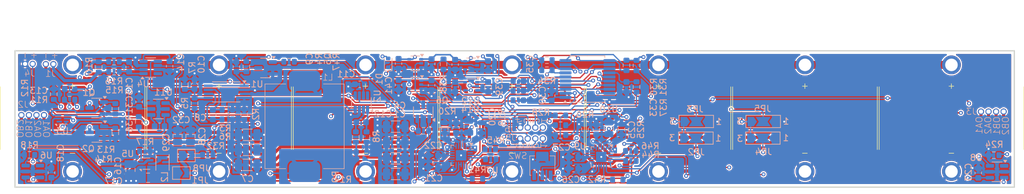
<source format=kicad_pcb>
(kicad_pcb (version 20240108) (generator "pcbnew") (generator_version "8.0")
  (layers (0 "F.Cu" power) (1 "In1.Cu" signal) (2 "In2.Cu" signal) (31 "B.Cu" signal) (34 "B.Paste" user) (35 "F.Paste" user) (36 "B.SilkS" user "B.Silkscreen") (37 "F.SilkS" user "F.Silkscreen") (38 "B.Mask" user) (39 "F.Mask" user) (44 "Edge.Cuts" user))
  (net 0 "")
  (net 1 "GND")
  (net 2 "/MPPT/Solar_Cell_Out")
  (net 3 "+2.5V")
  (net 4 "/2_5V_Buck_Boost/VBAT_POS")
  (net 5 "Net-(J1-Pin_1)")
  (net 6 "Net-(U3-BAT)")
  (net 7 "Net-(U4-IN-)")
  (net 8 "Net-(U4-IN+)")
  (net 9 "Net-(JP1-A)")
  (net 10 "/Motor_Driver_1/1.8VOUT")
  (net 11 "/Motor_Driver_2/1.8VOUT")
  (net 12 "/MCU/CAP_SNS_OUT")
  (net 13 "Net-(U11-SNSK)")
  (net 14 "Net-(U11-SNS)")
  (net 15 "+V_PROG_EXT")
  (net 16 "+V_COMM_EXT")
  (net 17 "Net-(D1-K)")
  (net 18 "Net-(D1-A)")
  (net 19 "Net-(Q1-G)")
  (net 20 "Net-(Q1-D)")
  (net 21 "Net-(Q2-G)")
  (net 22 "Net-(L1-Pad1)")
  (net 23 "Net-(J1-Pin_2)")
  (net 24 "Net-(U3-V-)")
  (net 25 "Net-(U5-VSET)")
  (net 26 "/Motor_Driver_1/DIR")
  (net 27 "/Motor_Driver_1/EN")
  (net 28 "/Motor_Driver_1/STEP")
  (net 29 "Net-(U6-ADJ)")
  (net 30 "Net-(U7-BRA)")
  (net 31 "Net-(U7-BRB)")
  (net 32 "/Motor_Driver_2/DIR")
  (net 33 "/Motor_Driver_2/EN")
  (net 34 "/Motor_Driver_2/STEP")
  (net 35 "Net-(U8-ADJ)")
  (net 36 "Net-(U9-BRA)")
  (net 37 "Net-(U9-BRB)")
  (net 38 "/MCU/MODE_SW_2")
  (net 39 "/MCU/MODE_SW_1")
  (net 40 "/SCL")
  (net 41 "Net-(U11-OUT)")
  (net 42 "Net-(J4-Pin_1)")
  (net 43 "/MCU/MCU_UPDI")
  (net 46 "Net-(U5-SW)")
  (net 48 "/MCU/HALL_IN_1")
  (net 50 "/MCU/HALL_IN_2")
  (net 51 "/MCU_Prog_Comm/RX_PROG_EXT")
  (net 52 "/MCU_Prog_Comm/TX_PROG_EXT")
  (net 53 "/MCU_Prog_Comm/RX_COMM_EXT")
  (net 54 "/MCU_Prog_Comm/TX_COMM_EXT")
  (net 55 "Net-(U1-ICTRL_PLUS)")
  (net 56 "Net-(U1-ICTRL_MINUS)")
  (net 57 "Net-(U1-VCTRL)")
  (net 58 "Net-(U2-IN-)")
  (net 59 "Net-(U2-IN+)")
  (net 60 "/Motor_Driver_1/MS1")
  (net 61 "/Motor_Driver_1/MS2")
  (net 62 "/Motor_Driver_2/MS1")
  (net 63 "/Motor_Driver_2/MS2")
  (net 64 "Net-(U1-Lx)")
  (net 65 "Net-(U1-VOUT)")
  (net 66 "/SDA")
  (net 68 "/MCU/MCU_RX")
  (net 69 "/MCU/MCU_TX")
  (net 70 "/Motor_Driver_1/OB2")
  (net 71 "/Motor_Driver_1/OA2")
  (net 72 "/Motor_Driver_1/OB1")
  (net 74 "/Motor_Driver_1/OA1")
  (net 77 "/Motor_Driver_2/OB2")
  (net 78 "/Motor_Driver_2/OA2")
  (net 79 "/Motor_Driver_2/OB1")
  (net 81 "/Motor_Driver_2/OA1")
  (net 82 "+2.5V_FILT")
  (net 83 "Net-(JP8-B)")
  (net 84 "Net-(Q5-D)")
  (net 85 "Net-(Q5-G)")
  (net 86 "Net-(U7-EN)")
  (net 87 "Net-(U9-EN)")
  (net 88 "Net-(U7-STEP)")
  (net 89 "Net-(U9-STEP)")
  (net 90 "Net-(U7-DIR)")
  (net 91 "Net-(U9-DIR)")
  (net 92 "/MCU/MPPT_SHDN")
  (net 94 "/VIO_MOT")
  (net 95 "/MCU/MOT_STBY")
  (footprint "ap_built:SM141K04TFS" (layer "F.Cu") (at 173.5 100.4)
    (property "Reference" "SC5" (hide yes))
    (property "Value" "Solar_Cell")
  )
  (footprint "ap_built:SM141K04TFS" (layer "F.Cu") (at 196.8 100.4)
    (property "Reference" "SC6" (hide yes))
    (property "Value" "Solar_Cell")
  )
  (footprint "ap_built:SM141K04TFS" (layer "F.Cu") (at 103.6 100.4)
    (property "Reference" "SC2" (hide yes))
    (property "Value" "Solar_Cell")
  )
  (footprint "ap_built:SM141K04TFS" (layer "F.Cu") (at 220.1 100.4)
    (property "Reference" "SC7" (hide yes))
    (property "Value" "Solar_Cell")
  )
  (footprint "ap_built:SM141K04TFS" (layer "F.Cu") (at 150.2 100.4)
    (property "Reference" "SC4" (hide yes))
    (property "Value" "Solar_Cell")
  )
  (footprint "ap_built:SM141K04TFS" (layer "F.Cu") (at 126.9 100.4)
    (property "Reference" "SC3" (hide yes))
    (property "Value" "Solar_Cell")
  )
  (footprint "ap_built:SM141K04TFS" (layer "F.Cu") (at 80.3 100.4)
    (property "Reference" "SC1" (hide yes))
    (property "Value" "Solar_Cell")
  )
  (footprint "Resistor_SMD:R_0603_1608Metric" (layer "B.Cu") (at 167.6 102.2 90)
    (property "Reference" "R25")
    (property "Value" "5.1")
  )
  (footprint "Resistor_SMD:R_0603_1608Metric" (layer "B.Cu") (at 104.9 100.6)
    (property "Reference" "R6")
    (property "Value" "1k")
  )
  (footprint "ap_built:Debug_Header" (layer "B.Cu") (at 153.3 103.65 90)
    (property "Reference" "J5")
    (property "Value" "Conn_01x04_Pin")
  )
  (footprint "Capacitor_SMD:C_0603_1608Metric" (layer "B.Cu") (at 137.65 108.2 180)
    (property "Reference" "C21")
    (property "Value" "100nF")
  )
  (footprint "Resistor_SMD:R_0603_1608Metric" (layer "B.Cu") (at 170 95.42 -90)
    (property "Reference" "R37")
    (property "Value" "5.1k")
  )
  (footprint "Resistor_SMD:R_0603_1608Metric" (layer "B.Cu") (at 169.09 105.63 180)
    (property "Reference" "R46")
    (property "Value" "10K")
  )
  (footprint "Resistor_SMD:R_0603_1608Metric" (layer "B.Cu") (at 167.02 110.22 180)
    (property "Reference" "R42")
    (property "Value" "10K")
  )
  (footprint "Capacitor_SMD:C_0603_1608Metric" (layer "B.Cu") (at 159.95 108.45 180)
    (property "Reference" "C26")
    (property "Value" "100nF")
  )
  (footprint "Resistor_SMD:R_0603_1608Metric" (layer "B.Cu") (at 146.74 105.36 180)
    (property "Reference" "R45")
    (property "Value" "10K")
  )
  (footprint "Package_TO_SOT_SMD:SOT-23-8" (layer "B.Cu") (at 92.7125 92.325)
    (property "Reference" "U4")
    (property "Value" "INA236")
  )
  (footprint "Resistor_SMD:R_0603_1608Metric" (layer "B.Cu") (at 146.82 106.94 180)
    (property "Reference" "R43" (hide yes))
    (property "Value" "10K")
  )
  (footprint "Capacitor_SMD:C_0603_1608Metric" (layer "B.Cu") (at 94.125 101.6825 180)
    (property "Reference" "C32")
    (property "Value" "47nF")
  )
  (footprint "Package_TO_SOT_SMD:SOT-353_SC-70-5" (layer "B.Cu") (at 134.8 95.05 180)
    (property "Reference" "U15" (hide yes))
    (property "Value" "SN74AUP1T34DCK")
  )
  (footprint "Resistor_SMD:R_0603_1608Metric" (layer "B.Cu") (at 151.2 96.01)
    (property "Reference" "R23" (hide yes))
    (property "Value" "1Meg")
  )
  (footprint "Resistor_SMD:R_0603_1608Metric" (layer "B.Cu") (at 151.19 97.55)
    (property "Reference" "R21" (hide yes))
    (property "Value" "1Meg")
  )
  (footprint "Capacitor_SMD:C_0805_2012Metric" (layer "B.Cu") (at 143.3 101.75 90)
    (property "Reference" "C20")
    (property "Value" "10uF")
  )
  (footprint "Capacitor_SMD:C_0603_1608Metric" (layer "B.Cu") (at 79.825 95.75)
    (property "Reference" "C13")
    (property "Value" "100nF")
  )
  (footprint "Capacitor_SMD:C_0603_1608Metric" (layer "B.Cu") (at 95.725 92.1 -90)
    (property "Reference" "C14")
    (property "Value" "100nF")
  )
  (footprint "Capacitor_SMD:C_0805_2012Metric" (layer "B.Cu") (at 92.3 109.9 180)
    (property "Reference" "C17")
    (property "Value" "10uF")
  )
  (footprint "Resistor_SMD:R_0603_1608Metric" (layer "B.Cu") (at 139.3 91.8 90)
    (property "Reference" "R38")
    (property "Value" "470")
  )
  (footprint "Resistor_SMD:R_0603_1608Metric" (layer "B.Cu") (at 125.35 103.4 90)
    (property "Reference" "R9")
    (property "Value" "5.1")
  )
  (footprint "Capacitor_SMD:C_1206_3216Metric" (layer "B.Cu") (at 131.7 106.8)
    (property "Reference" "C2" (hide yes))
    (property "Value" "47 uF")
  )
  (footprint "Resistor_SMD:R_0603_1608Metric" (layer "B.Cu") (at 169.11 107.23 180)
    (property "Reference" "R44")
    (property "Value" "10K")
  )
  (footprint "Resistor_SMD:R_0603_1608Metric" (layer "B.Cu") (at 168.4 91.975 -90)
    (property "Reference" "R30")
    (property "Value" "5.1k")
  )
  (footprint "Capacitor_SMD:C_0603_1608Metric" (layer "B.Cu") (at 90.875 97.8075 90)
    (property "Reference" "C31")
    (property "Value" "100nF")
  )
  (footprint "Capacitor_SMD:C_0603_1608Metric" (layer "B.Cu") (at 137.65 106.35 180)
    (property "Reference" "C22")
    (property "Value" "100nF")
  )
  (footprint "Capacitor_SMD:C_0603_1608Metric" (layer "B.Cu") (at 126.2 101.05 180)
    (property "Reference" "C12")
    (property "Value" "1uF")
  )
  (footprint "Package_SON:WSON-6_1.5x1.5mm_P0.5mm" (layer "B.Cu") (at 78.7 100.45)
    (property "Reference" "U3")
    (property "Value" "BQ29737")
  )
  (footprint "Capacitor_SMD:C_1206_3216Metric" (layer "B.Cu") (at 131.7 104.3)
    (property "Reference" "C3" (hide yes))
    (property "Value" "47 uF")
  )
  (footprint "Capacitor_SMD:C_0603_1608Metric" (layer "B.Cu") (at 102.6 99.85 -90)
    (property "Reference" "C8")
    (property "Value" "1uF")
  )
  (footprint "Capacitor_SMD:C_0603_1608Metric" (layer "B.Cu") (at 146.4 95.4 -90)
    (property "Reference" "C39")
    (property "Value" "100nF")
  )
  (footprint "Resistor_SMD:R_0603_1608Metric" (layer "B.Cu") (at 99.7 98.021474 90)
    (property "Reference" "R5")
    (property "Value" "1Meg")
  )
  (footprint "Capacitor_SMD:C_1206_3216Metric" (layer "B.Cu") (at 131.7 101.75)
    (property "Reference" "C4")
    (property "Value" "47 uF")
  )
  (footprint "Resistor_SMD:R_0603_1608Metric" (layer "B.Cu") (at 144.7 110.05 180)
    (property "Reference" "R41")
    (property "Value" "10K")
  )
  (footprint "Package_TO_SOT_SMD:SOT-563" (layer "B.Cu") (at 91.95 107.65)
    (property "Reference" "U5")
    (property "Value" "TPS62843")
  )
  (footprint "Capacitor_SMD:C_0603_1608Metric" (layer "B.Cu") (at 163.6 102.2 90)
    (property "Reference" "C24" (hide yes))
    (property "Value" "100nF")
  )
  (footprint "Inductor_SMD:L_Murata_DFE201610P" (layer "B.Cu") (at 94.6 107.45 -90)
    (property "Reference" "L2")
    (property "Value" "2.2uH")
  )
  (footprint "Capacitor_SMD:C_1206_3216Metric" (layer "B.Cu") (at 108.15 107.85)
    (property "Reference" "C7")
    (property "Value" "47 uF")
  )
  (footprint "Jumper:SolderJumper-3_P2.0mm_Open_TrianglePad1.0x1.5mm_NumberLabels" (layer "B.Cu") (at 179.5 100.95 180)
    (property "Reference" "JP3")
    (property "Value" "SolderJumper_3_Open")
  )
  (footprint "ap_built:Motor_Header" (layer "B.Cu") (at 73.95 99.9 90)
    (property "Reference" "J2")
    (property "Value" "Conn_01x04_Socket")
  )
  (footprint "Resistor_SMD:R_0603_1608Metric" (layer "B.Cu") (at 73.45 106.25 180)
    (property "Reference" "R18")
    (property "Value" "10K")
  )
  (footprint "Resistor_SMD:R_0603_1608Metric" (layer "B.Cu") (at 127.05 103.4 90)
    (property "Reference" "R8")
    (property "Value" "5.1")
  )
  (footprint "Package_TO_SOT_SMD:SOT-23-6" (layer "B.Cu") (at 227.35 108.95 180)
    (property "Reference" "U8")
    (property "Value" "TMAG5328")
  )
  (footprint "Capacitor_SMD:C_0603_1608Metric" (layer "B.Cu") (at 224.364883 109.142093 90)
    (property "Reference" "C23")
    (property "Value" "100nF")
  )
  (footprint "Capacitor_SMD:C_0603_1608Metric" (layer "B.Cu") (at 137.4 91.75 -90)
    (property "Reference" "C36" (hide yes))
    (property "Value" "100nF")
  )
  (footprint "Resistor_SMD:R_0603_1608Metric" (layer "B.Cu") (at 139.5 101.95 90)
    (property "Reference" "R20")
    (property "Value" "5.1")
  )
  (footprint "ap_built:Motor_Header" (layer "B.Cu") (at 226.6 99.35 -90)
    (property "Reference" "J3")
    (property "Value" "Conn_01x04_Socket")
  )
  (footprint "Package_TO_SOT_SMD:SOT-353_SC-70-5" (layer "B.Cu") (at 134.8 91.65 180)
    (property "Reference" "U13" (hide yes))
    (property "Value" "SN74AUP1T34DCK")
  )
  (footprint "Capacitor_SMD:C_0603_1608Metric" (layer "B.Cu") (at 106.36 92.18 90)
    (property "Reference" "C9")
    (property "Value" "100nF")
  )
  (footprint "ap_built:AMDLA1306Q-470MT" (layer "B.Cu") (at 117.2 101.7 90)
    (property "Reference" "L1")
    (property "Value" "47uH")
  )
  (footprint "ap_built:Batt_Header" (layer "B.Cu") (at 75.44 91.78 90)
    (property "Reference" "J1")
    (property "Value" "Conn_01x02_Socket")
  )
  (footprint "Package_TO_SOT_SMD:SOT-23-6" (layer "B.Cu") (at 93.95 98.9375 180)
    (property "Reference" "U11")
    (property "Value" "AT42QT1010-TSHR")
  )
  (footprint "Resistor_SMD:R_0603_1608Metric" (layer "B.Cu") (at 101.8 106.225 180)
    (property "Reference" "R32")
    (property "Value" "5.1")
  )
  (footprint "Package_TO_SOT_SMD:SOT-353_SC-70-5" (layer "B.Cu") (at 143.7 91.975 180)
    (property "Reference" "U12")
    (property "Value" "SN74AUP1T34DCK")
  )
  (footprint "Resistor_SMD:R_0603_1608Metric" (layer "B.Cu") (at 155.75 92.75)
    (property "Reference" "R34")
    (property "Value" "1Meg")
  )
  (footprint "Capacitor_SMD:C_0603_1608Metric" (layer "B.Cu") (at 141.15 91.85 -90)
    (property "Reference" "C34" (hide yes))
    (property "Value" "100nF")
  )
  (footprint "Capacitor_SMD:C_0603_1608Metric" (layer "B.Cu") (at 168.4 95.395 -90)
    (property "Reference" "C33")
    (property "Value" "1nF")
  )
  (footprint "ap_built:Batt_Header" (layer "B.Cu") (at 72.14 91.74 90)
    (property "Reference" "J4")
    (property "Value" "Conn_01x02_Socket")
  )
  (footprint "ap_built:CS-4-13NTA" (layer "B.Cu") (at 155.02 108.01 180)
    (property "Reference" "SW2")
    (property "Value" "SW_SP3T")
  )
  (footprint "Jumper:SolderJumper-3_P2.0mm_Open_TrianglePad1.0x1.5mm_NumberLabels" (layer "B.Cu") (at 179.45 103.6 180)
    (property "Reference" "JP2")
    (property "Value" "SolderJumper_3_Open")
  )
  (footprint "Resistor_SMD:R_0603_1608Metric" (layer "B.Cu") (at 145.3 101.95 90)
    (property "Reference" "R19")
    (property "Value" "5.1")
  )
  (footprint "Resistor_SMD:R_0603_1608Metric" (layer "B.Cu") (at 151.2 94.48)
    (property "Reference" "R22" (hide yes))
    (property "Value" "1Meg")
  )
  (footprint "Package_TO_SOT_SMD:SOT-23-3" (layer "B.Cu") (at 110.99 92.39 180)
    (property "Reference" "Q5")
    (property "Value" "DMG3414U-7")
  )
  (footprint "Jumper:SolderJumper-2_P1.3mm_Open_TrianglePad1.0x1.5mm" (layer "B.Cu") (at 97.6 109.15)
    (property "Reference" "JP1")
    (property "Value" "SolderJumper_2_Bridged")
  )
  (footprint "Jumper:SolderJumper-3_P2.0mm_Open_TrianglePad1.0x1.5mm_NumberLabels" (layer "B.Cu") (at 190.15 100.95 180)
    (property "Reference" "JP5")
    (property "Value" "SolderJumper_3_Open")
  )
  (footprint "Resistor_SMD:R_0603_1608Metric" (layer "B.Cu") (at 79.825 97.45 180)
    (property "Reference" "R11")
    (property "Value" "330")
  )
  (footprint "Package_TO_SOT_SMD:SOT-23-3" (layer "B.Cu") (at 84.125 98.775 180)
    (property "Reference" "Q1")
    (property "Value" "DMG3414U-7")
  )
  (footprint "Resistor_SMD:R_0603_1608Metric" (layer "B.Cu") (at 161.8 102.2 90)
    (property "Reference" "R26")
    (property "Value" "5.1")
  )
  (footprint "Diode_SMD:D_SOD-523" (layer "B.Cu") (at 130.5 91.575 90)
    (property "Reference" "D1")
    (property "Value" "NSR0520V2T1G")
  )
  (footprint "Capacitor_SMD:C_0603_1608Metric" (layer "B.Cu") (at 146.4 92.05 -90)
    (property "Reference" "C35")
    (property "Value" "100nF")
  )
  (footprint "Jumper:SolderJumper-2_P1.3mm_Open_TrianglePad1.0x1.5mm" (layer "B.Cu") (at 98.4 106.35)
    (property "Reference" "JP8")
    (property "Value" "SolderJumper_2_Bridged")
  )
  (footprint "Resistor_SMD:R_0603_1608Metric" (layer "B.Cu") (at 84.4625 92.225 90)
    (property "Reference" "R10")
    (property "Value" "50m")
  )
  (footprint "Resistor_SMD:R_0603_1608Metric" (layer "B.Cu") (at 77.305 96.575 90)
    (property "Reference" "R12")
    (property "Value" "2.2k")
  )
  (footprint "ap_built:Debug_Header" (layer "B.Cu") (at 153.3 101.9 90)
    (property "Reference" "J6")
    (property "Value" "Conn_01x04_Pin")
  )
  (footprint "Package_DFN_QFN:QFN-20-1EP_3x3mm_P0.4mm_EP1.65x1.65mm" (layer "B.Cu") (at 142.1 106.33 180)
    (property "Reference" "U7")
    (property "Value" "TMC2300-LA-T")
  )
  (footprint "Capacitor_SMD:C_0603_1608Metric" (layer "B.Cu") (at 159.95 106.6 180)
    (property "Reference" "C27")
    (property "Value" "100nF")
  )
  (footprint "Resistor_SMD:R_0603_1608Metric" (layer "B.Cu") (at 87.1 102.8 -90)
    (property "Reference" "R14")
    (property "Value" "5Meg")
  )
  (footprint "Capacitor_SMD:C_0603_1608Metric" (layer "B.Cu") (at 89.2875 92.225 90)
    (property "Reference" "C15")
    (property "Value" "1uF")
  )
  (footprint "Package_TO_SOT_SMD:SOT-23-3" (layer "B.Cu") (at 84.1625 102.675 180)
    (property "Reference" "Q2")
    (property "Value" "DMG3414U-7")
  )
  (footprint "Resistor_SMD:R_0603_1608Metric" (layer "B.Cu") (at 157.92 103.07 180)
    (property "Reference" "R27" (hide yes))
    (property "Value" "1Meg")
  )
  (footprint "Capacitor_SMD:C_0603_1608Metric" (layer "B.Cu") (at 99.7 94.975 90)
    (property "Reference" "C10")
    (property "Value" "1nF")
  )
  (footprint "Resistor_SMD:R_0603_1608Metric" (layer "B.Cu") (at 86.8875 92.975)
    (property "Reference" "R15")
    (property "Value" "5.1")
  )
  (footprint "Package_TO_SOT_SMD:SOT-23-3" (layer "B.Cu") (at 136.08 99.38 90)
    (property "Reference" "Q6")
    (property "Value" "SSM3J332R,LF")
  )
  (footprint "Package_SO:SSOP-20_5.3x7.2mm_P0.65mm" (layer "B.Cu") (at 162.2 94.15)
    (property "Reference" "U10")
    (property "Value" "ATtiny3226-X")
  )
  (footprint "Resistor_SMD:R_0603_1608Metric" (layer "B.Cu") (at 104.9125 99.05)
    (property "Reference" "R3")
    (property "Value" "1k")
  )
  (footprint "Resistor_SMD:R_0603_1608Metric" (layer "B.Cu") (at 87.1 98.9 -90)
    (property "Reference" "R13")
    (property "Value" "5Meg")
  )
  (footprint "Resistor_SMD:R_0603_1608Metric" (layer "B.Cu") (at 136.12 102.41)
    (property "Reference" "R33" (hide yes))
    (property "Value" "1Meg")
  )
  (footprint "Resistor_SMD:R_0603_1608Metric" (layer "B.Cu") (at 226.8375 106.3 180)
    (property "Reference" "R24")
    (property "Value" "10K")
  )
  (footprint "Resistor_SMD:R_0603_1608Metric" (layer "B.Cu") (at 91.8 105.65)
    (property "Reference" "R17")
    (property "Value" "44.2k")
  )
  (footprint "Capacitor_SMD:C_0603_1608Metric" (layer "B.Cu") (at 141.3 101.95 90)
    (property "Reference" "C19" (hide yes))
    (property "Value" "100nF")
  )
  (footprint "Package_TO_SOT_SMD:SOT-23-8" (layer "B.Cu") (at 126.24 97.915 90)
    (property "Reference" "U2")
    (property "Value" "INA236")
  )
  (footprint "Resistor_SMD:R_0603_1608Metric" (layer "B.Cu") (at 90.825 100.9825 90)
    (property "Reference" "R36")
    (property "Value" "5.1k")
  )
  (footprint "Resistor_SMD:R_0603_1608Metric" (layer "B.Cu") (at 86.8875 91.375)
    (property "Reference" "R16")
    (property "Value" "5.1")
  )
  (footprint "Resistor_SMD:R_0603_1608Metric" (layer "B.Cu") (at 157.92 101.52 180)
    (property "Reference" "R29" (hide yes))
    (property "Value" "1Meg")
  )
  (footprint "Resistor_SMD:R_0603_1608Metric" (layer "B.Cu") (at 114.74 91.4 180)
    (property "Reference" "R47")
    (property "Value" "10K")
  )
  (footprint "Resistor_SMD:R_0603_1608Metric" (layer "B.Cu") (at 98.15 94.975 90)
    (property "Reference" "R7")
    (property "Value" "210k")
  )
  (footprint "Resistor_SMD:R_0603_1608Metric" (layer "B.Cu") (at 155.75 91.15)
    (property "Reference" "R35" (hide yes))
    (property "Value" "1Meg")
  )
  (footprint "Capacitor_SMD:C_0603_1608Metric" (layer "B.Cu") (at 132.15 91.7 -90)
    (property "Reference" "C37" (hide yes))
    (property "Value" "100nF")
  )
  (footprint "Capacitor_SMD:C_0805_2012Metric" (layer "B.Cu") (at 89.5 108.65 -90)
    (property "Reference" "C16")
    (property "Value" "10uF")
  )
  (footprint "Package_TO_SOT_SMD:SOT-23-6" (layer "B.Cu") (at 73.9625 108.9 180)
    (property "Reference" "U6")
    (property "Value" "TMAG5328")
  )
  (footprint "Capacitor_SMD:C_0603_1608Metric" (layer "B.Cu") (at 156.5 96.8 90)
    (property "Reference" "C30")
    (property "Value" "100nF")
  )
  (footprint "Capacitor_SMD:C_0805_2012Metric" (layer "B.Cu") (at 97 103.25 90)
    (property "Reference" "C29")
    (property "Value" "10uF")
  )
  (footprint "Package_SO:TSSOP-8_4.4x3mm_P0.65mm" (layer "B.Cu") (at 104.7375 96.2 180)
    (property "Reference" "U1")
    (property "Value" "SPV1040")
  )
  (footprint "Capacitor_SMD:C_1206_3216Metric" (layer "B.Cu") (at 108.15 105.45)
    (property "Reference" "C6" (hide yes))
    (property "Value" "47 uF")
  )
  (footprint "Capacitor_SMD:C_0603_1608Metric" (layer "B.Cu") (at 132.15 95.1 -90)
    (property "Reference" "C41")
    (property "Value" "100nF")
  )
  (footprint "Capacitor_SMD:C_0805_2012Metric" (layer "B.Cu") (at 99.05 103.25 90)
    (property "Reference" "C28")
    (property "Value" "10uF")
  )
  (footprint "Capacitor_SMD:C_0603_1608Metric" (layer "B.Cu") (at 141.15 95.4 -90)
    (property "Reference" "C38" (hide yes))
    (property "Value" "100nF")
  )
  (footprint "Resistor_SMD:R_0603_1608Metric" (layer "B.Cu") (at 107.6 99.8 -90)
    (property "Reference" "R2")
    (property "Value" "250m")
  )
  (footprint "Capacitor_SMD:C_1206_3216Metric" (layer "B.Cu") (at 131.7 109.3)
    (property "Reference" "C1")
    (property "Value" "47 uF")
  )
  (footprint "Capacitor_SMD:C_0603_1608Metric" (layer "B.Cu") (at 125.975 95 180)
    (property "Reference" "C11")
    (property "Value" "100nF")
  )
  (footprint "Capacitor_SMD:C_0603_1608Metric" (layer "B.Cu") (at 76.925 109.1 90)
    (property "Reference" "C18")
    (property "Value" "100nF")
  )
  (footprint "Resistor_SMD:R_0603_1608Metric" (layer "B.Cu") (at 126.25 105.8 180)
    (property "Reference" "R1")
    (property "Value" "50m")
  )
  (footprint "Package_TO_SOT_SMD:SOT-353_SC-70-5" (layer "B.Cu") (at 143.7 95.3 180)
    (property "Reference" "U14")
    (property "Value" "SN74AUP1T34DCK")
  )
  (footprint "Capacitor_SMD:C_0805_2012Metric" (layer "B.Cu") (at 165.6 102 90)
    (property "Reference" "C25")
    (property "Value" "10uF")
  )
  (footprint "Resistor_SMD:R_0603_1608Metric" (layer "B.Cu") (at 157.91 99.96 180)
    (property "Reference" "R28")
    (property "Value" "1Meg")
  )
  (footprint "Jumper:SolderJumper-3_P2.0mm_Open_TrianglePad1.0x1.5mm_NumberLabels" (layer "B.Cu") (at 190.1 103.6 180)
    (property "Reference" "JP4")
    (property "Value" "SolderJumper_3_Open")
  )
  (footprint "Resistor_SMD:R_0603_1608Metric" (layer "B.Cu") (at 107.94 92.17 -90)
    (property "Reference" "R4")
    (property "Value" "1k")
  )
  (footprint "Capacitor_SMD:C_0603_1608Metric" (layer "B.Cu") (at 137.4 95.15 -90)
    (property "Reference" "C40" (hide yes))
    (property "Value" "100nF")
  )
  (footprint "Capacitor_SMD:C_1206_3216Metric" (layer "B.Cu") (at 108.15 103.05)
    (property "Reference" "C5" (hide yes))
    (property "Value" "47 uF")
  )
  (footprint "Package_DFN_QFN:QFN-20-1EP_3x3mm_P0.4mm_EP1.65x1.65mm" (layer "B.Cu") (at 164.4 106.58 180)
    (property "Reference" "U9")
    (property "Value" "TMC2300-LA-T")
  )
  (footprint "Resistor_SMD:R_0603_1608Metric" (layer "B.Cu") (at 170 92 -90)
    (property "Reference" "R31")
    (property "Value" "5.1k")
  )
  (gr_line (start 230.1 111.4) (end 230.1 89.654) (stroke (width 0.2)) (layer "Edge.Cuts"))
  (gr_line (start 71.132 111.4) (end 230.1 111.4) (stroke (width 0.2)) (layer "Edge.Cuts"))
  (gr_line (start 71.132 89.654) (end 71.132 111.4) (stroke (width 0.2)) (layer "Edge.Cuts"))
  (gr_line (start 230.1 89.654) (end 71.132 89.654) (stroke (width 0.2)) (layer "Edge.Cuts"))
  (segment (start 150.35 101.9) (end 151.5 101.9) (width 0.2032) (layer "F.Cu") (net 1))
  (segment (start 150.35 103.7) (end 151.5 103.7) (width 0.2032) (layer "F.Cu") (net 1))
  (via (at 141.3 100.25) (size 0.635) (drill 0.3048) (layers "F.Cu" "B.Cu") (net 1))
  (via (at 97.05 101.35) (size 0.635) (drill 0.3048) (layers "F.Cu" "B.Cu") (net 1))
  (via (at 165.7 97.8) (size 0.635) (drill 0.3048) (layers "F.Cu" "B.Cu") (net 1))
  (via (at 90.3 90.73) (size 0.635) (drill 0.3048) (layers "F.Cu" "B.Cu") (net 1))
  (via (at 88.8 110.4) (size 0.635) (drill 0.3048) (layers "F.Cu" "B.Cu") (net 1))
  (via (at 72.625 105.3) (size 0.635) (drill 0.3048) (layers "F.Cu" "B.Cu") (net 1))
  (via (at 132.15 96.8) (size 0.635) (drill 0.3048) (layers "F.Cu" "B.Cu") (net 1))
  (via (at 136.1 108.45) (size 0.635) (drill 0.3048) (layers "F.Cu" "B.Cu") (net 1))
  (via (at 132.15 93.35) (size 0.635) (drill 0.3048) (layers "F.Cu" "B.Cu") (net 1))
  (via (at 88.2 101.75) (size 0.635) (drill 0.3048) (layers "F.Cu" "B.Cu") (net 1))
  (via (at 147.45 93) (size 0.635) (drill 0.3048) (layers "F.Cu" "B.Cu") (net 1))
  (via (at 93.64 105.74) (size 0.635) (drill 0.3048) (layers "F.Cu" "B.Cu") (net 1))
  (via (at 164.4 106.58) (size 0.635) (drill 0.3048) (layers "F.Cu" "B.Cu") (net 1))
  (via (at 88.2 100.95) (size 0.635) (drill 0.3048) (layers "F.Cu" "B.Cu") (net 1))
  (via (at 142.1 106.33) (size 0.635) (drill 0.3048) (layers "F.Cu" "B.Cu") (net 1))
  (via (at 106.34 90.4715) (size 0.635) (drill 0.3048) (layers "F.Cu" "B.Cu") (net 1))
  (via (at 138.9 105.05) (size 0.635) (drill 0.3048) (layers "F.Cu" "B.Cu") (net 1))
  (via (at 168.6 101.4) (size 0.635) (drill 0.3048) (layers "F.Cu" "B.Cu") (net 1))
  (via (at 140.65 108.65) (size 0.635) (drill 0.3048) (layers "F.Cu" "B.Cu") (net 1))
  (via (at 137.4 96.9) (size 0.635) (drill 0.3048) (layers "F.Cu" "B.Cu") (net 1))
  (via (at 124.15 95.35) (size 0.635) (drill 0.3048) (layers "F.Cu" "B.Cu") (net 1))
  (via (at 132.1 109.3) (size 0.635) (drill 0.3048) (layers "F.Cu" "B.Cu") (net 1))
  (via (at 132.1 104.3) (size 0.635) (drill 0.3048) (layers "F.Cu" "B.Cu") (net 1))
  (via (at 223.45 108.35) (size 0.635) (drill 0.3048) (layers "F.Cu" "B.Cu") (net 1))
  (via (at 163.6 100.5) (size 0.635) (drill 0.3048) (layers "F.Cu" "B.Cu") (net 1))
  (via (at 147.35 96.2) (size 0.635) (drill 0.3048) (layers "F.Cu" "B.Cu") (net 1))
  (via (at 193.5 100.95) (size 0.635) (drill 0.3048) (layers "F.Cu" "B.Cu") (net 1))
  (via (at 226 105.3) (size 0.635) (drill 0.3048) (layers "F.Cu" "B.Cu") (net 1))
  (via (at 158.3 106.6) (size 0.635) (drill 0.3048) (layers "F.Cu" "B.Cu") (net 1))
  (via (at 162.95 108.9) (size 0.635) (drill 0.3048) (layers "F.Cu" "B.Cu") (net 1))
  (via (at 141.15 93.55) (size 0.635) (drill 0.3048) (layers "F.Cu" "B.Cu") (net 1))
  (via (at 76.3 95.75) (size 0.635) (drill 0.3048) (layers "F.Cu" "B.Cu") (net 1))
  (via (at 132.1 106.8) (size 0.635) (drill 0.3048) (layers "F.Cu" "B.Cu") (net 1))
  (via (at 109.65 109.3) (size 0.635) (drill 0.3048) (layers "F.Cu" "B.Cu") (net 1))
  (via (at 146.3 101.15) (size 0.635) (drill 0.3048) (layers "F.Cu" "B.Cu") (net 1))
  (via (at 143.3 99.85) (size 0.635) (drill 0.3048) (layers "F.Cu" "B.Cu") (net 1))
  (via (at 90.8875 96.1375) (size 0.635) (drill 0.3048) (layers "F.Cu" "B.Cu") (net 1))
  (via (at 137.4 93.4) (size 0.635) (drill 0.3048) (layers "F.Cu" "B.Cu") (net 1))
  (via (at 182.85 100.95) (size 0.635) (drill 0.3048) (layers "F.Cu" "B.Cu") (net 1))
  (via (at 154.7 96.8) (size 0.635) (drill 0.3048) (layers "F.Cu" "B.Cu") (net 1))
  (via (at 153.52 106.98) (size 0.635) (drill 0.3048) (layers "F.Cu" "B.Cu") (net 1))
  (via (at 124.55 99.85) (size 0.635) (drill 0.3048) (layers "F.Cu" "B.Cu") (net 1))
  (via (at 99.7 93.25) (size 0.635) (drill 0.3048) (layers "F.Cu" "B.Cu") (net 1))
  (via (at 110.65 105.15) (size 0.635) (drill 0.3048) (layers "F.Cu" "B.Cu") (net 1))
  (via (at 132.1 101.75) (size 0.635) (drill 0.3048) (layers "F.Cu" "B.Cu") (net 1))
  (via (at 89.6 110.4) (size 0.635) (drill 0.3048) (layers "F.Cu" "B.Cu") (net 1))
  (via (at 158.3 108.45) (size 0.635) (drill 0.3048) (layers "F.Cu" "B.Cu") (net 1))
  (via (at 90.4 110.4) (size 0.635) (drill 0.3048) (layers "F.Cu" "B.Cu") (net 1))
  (via (at 160.9 105.4) (size 0.635) (drill 0.3048) (layers "F.Cu" "B.Cu") (net 1))
  (via (at 138.55 101.1) (size 0.635) (drill 0.3048) (layers "F.Cu" "B.Cu") (net 1))
  (via (at 168.75 97.05) (size 0.635) (drill 0.3048) (layers "F.Cu" "B.Cu") (net 1))
  (via (at 76.925 107.3) (size 0.635) (drill 0.3048) (layers "F.Cu" "B.Cu") (net 1))
  (via (at 165.6 100.1) (size 0.635) (drill 0.3048) (layers "F.Cu" "B.Cu") (net 1))
  (via (at 136 106.7) (size 0.635) (drill 0.3048) (layers "F.Cu" "B.Cu") (net 1))
  (via (at 160.85 101.35) (size 0.635) (drill 0.3048) (layers "F.Cu" "B.Cu") (net 1))
  (via (at 96.9 93) (size 0.635) (drill 0.3048) (layers "F.Cu" "B.Cu") (net 1))
  (via (at 109.3 95.95) (size 0.635) (drill 0.3048) (layers "F.Cu" "B.Cu") (net 1))
  (via (at 141.15 97.1) (size 0.635) (drill 0.3048) (layers "F.Cu" "B.Cu") (net 1))
  (via (at 110.75 103.05) (size 0.635) (drill 0.3048) (layers "F.Cu" "B.Cu") (net 1))
  (segment (start 146.4 92.825) (end 146.225 92.65) (width 0.254) (layer "B.Cu") (net 1))
  (segment (start 163.6 108.65) (end 163.6 108.03) (width 0.2032) (layer "B.Cu") (net 1))
  (segment (start 146.4 96.175) (end 146.175 95.95) (width 0.254) (layer "B.Cu") (net 1))
  (segment (start 168.4 96.17) (end 168.75 96.52) (width 0.254) (layer "B.Cu") (net 1))
  (segment (start 154.7 96.8) (end 155.35 96.15) (width 0.508) (layer "B.Cu") (net 1))
  (segment (start 181.5 100.95) (end 181.5 103.55) (width 0.254) (layer "B.Cu") (net 1))
  (segment (start 136.35 106.35) (end 136.875 106.35) (width 0.254) (layer "B.Cu") (net 1))
  (segment (start 138.55 101.1) (end 139.475 101.1) (width 0.762) (layer "B.Cu") (net 1))
  (segment (start 160.85 101.35) (end 161.775 101.35) (width 0.762) (layer "B.Cu") (net 1))
  (segment (start 125.539266 99.942) (end 125.915 99.566266) (width 0.254) (layer "B.Cu") (net 1))
  (segment (start 193.5 100.95) (end 192.15 100.95) (width 0.254) (layer "B.Cu") (net 1))
  (segment (start 90.8875 97.02) (end 90.875 97.0325) (width 0.254) (layer "B.Cu") (net 1))
  (segment (start 140.65 108.65) (end 141.05 108.65) (width 0.2032) (layer "B.Cu") (net 1))
  (segment (start 137.4 95.925) (end 137.175 95.7) (width 0.254) (layer "B.Cu") (net 1))
  (segment (start 92.8125 97.9875) (end 93.4375 97.9875) (width 0.254) (layer "B.Cu") (net 1))
  (segment (start 161.68 106.18) (end 162.95 106.18) (width 0.2032) (layer "B.Cu") (net 1))
  (segment (start 110.75 103.05) (end 109.625 103.05) (width 0.762) (layer "B.Cu") (net 1))
  (segment (start 109.625 109.275) (end 109.625 107.85) (width 0.762) (layer "B.Cu") (net 1))
  (segment (start 132.1 109.3) (end 133.175 109.3) (width 0.762) (layer "B.Cu") (net 1))
  (segment (start 87.1 103.625) (end 85.3 103.625) (width 0.508) (layer "B.Cu") (net 1))
  (segment (start 163.35 108.9) (end 163.6 108.65) (width 0.2032) (layer "B.Cu") (net 1))
  (segment (start 99.7 94.2) (end 99.7 93.25) (width 0.254) (layer "B.Cu") (net 1))
  (segment (start 132.1 106.8) (end 133.175 106.8) (width 0.762) (layer "B.Cu") (net 1))
  (segment (start 139.475 101.1) (end 139.5 101.125) (width 0.762) (layer "B.Cu") (net 1))
  (segment (start 224.364883 108.367093) (end 224.94779 108.95) (width 0.254) (layer "B.Cu") (net 1))
  (segment (start 95.725 92.875) (end 96.775 92.875) (width 0.254) (layer "B.Cu") (net 1))
  (segment (start 124.642 99.942) (end 125.539266 99.942) (width 0.254) (layer "B.Cu") (net 1))
  (segment (start 124.15 95.35) (end 124.85 95.35) (width 0.254) (layer "B.Cu") (net 1))
  (segment (start 137.175 92.3) (end 135.75 92.3) (width 0.254) (layer "B.Cu") (net 1))
  (segment (start 77.305 95.75) (end 76.3 95.75) (width 0.254) (layer "B.Cu") (net 1))
  (segment (start 167.6 101.375) (end 168.575 101.375) (width 0.762) (layer "B.Cu") (net 1))
  (segment (start 156.375 96.15) (end 156.5 96.025) (width 0.508) (layer "B.Cu") (net 1))
  (segment (start 106.36 90.4915) (end 106.36 91.405) (width 0.254) (layer "B.Cu") (net 1))
  (segment (start 88.2 101.75) (end 88.2 102.525) (width 0.508) (layer "B.Cu") (net 1))
  (segment (start 93.4375 97.9875) (end 94.3875 98.9375) (width 0.254) (layer "B.Cu") (net 1))
  (segment (start 124.55 99.85) (end 124.642 99.942) (width 0.254) (layer "B.Cu") (net 1))
  (segment (start 75.1 108.9) (end 76.35 108.9) (width 0.254) (layer "B.Cu") (net 1))
  (segment (start 95.5 92.65) (end 93.85 92.65) (width 0.254) (layer "B.Cu") (net 1))
  (segment (start 226.0125 105.3125) (end 226 105.3) (width 0.254) (layer "B.Cu") (net 1))
  (segment (start 106.34 90.4715) (end 106.36 90.4915) (width 0.254) (layer "B.Cu") (net 1))
  (segment (start 92.625 105.65) (end 93.55 105.65) (width 0.254) (layer "B.Cu") (net 1))
  (segment (start 158.3 106.6) (end 159.175 106.6) (width 0.254) (layer "B.Cu") (net 1))
  (segment (start 95.725 92.875) (end 95.5 92.65) (width 0.254) (layer "B.Cu") (net 1))
  (segment (start 160.9 105.4) (end 161.68 106.18) (width 0.2032) (layer "B.Cu") (net 1))
  (segment (start 141.05 108.65) (end 141.3 108.4) (width 0.2032) (layer "B.Cu") (net 1))
  (segment (start 76.925 108.325) (end 76.925 107.3) (width 0.254) (layer "B.Cu") (net 1))
  (segment (start 155.35 96.15) (end 156.375 96.15) (width 0.508) (layer "B.Cu") (net 1))
  (segment (start 147.45 93) (end 147.275 92.825) (width 0.254) (layer "B.Cu") (net 1))
  (segment (start 146.275 101.125) (end 146.3 101.15) (width 0.762) (layer "B.Cu") (net 1))
  (segment (start 96.775 92.875) (end 96.9 93) (width 0.254) (layer "B.Cu") (net 1))
  (segment (start 223.45 108.35) (end 224.34779 108.35) (width 0.254) (layer "B.Cu") (net 1))
  (segment (start 88.2 102.525) (end 87.1 103.625) (width 0.508) (layer "B.Cu") (net 1))
  (segment (start 146.425 96.2) (end 146.4 96.175) (width 0.254) (layer "B.Cu") (net 1))
  (segment (start 136.1 108.45) (end 136.35 108.2) (width 0.2032) (layer "B.Cu") (net 1))
  (segment (start 109.65 109.3) (end 109.625 109.275) (width 0.762) (layer "B.Cu") (net 1))
  (segment (start 147.275 92.825) (end 146.4 92.825) (width 0.254) (layer "B.Cu") (net 1))
  (segment (start 110.65 105.15) (end 110.35 105.45) (width 0.762) (layer "B.Cu") (net 1))
  (segment (start 153.52 106.98) (end 154.55 106.98) (width 0.2032) (layer "B.Cu") (net 1))
  (segment (start 136 106.7) (end 136.35 106.35) (width 0.254) (layer "B.Cu") (net 1))
  (segment (start 146.175 95.95) (end 144.65 95.95) (width 0.254) (layer "B.Cu") (net 1))
  (segment (start 90.3 90.73) (end 90.3 91.75) (width 0.254) (layer "B.Cu") (net 1))
  (segment (start 132.15 93.35) (end 132.15 92.475) (width 0.254) (layer "B.Cu") (net 1))
  (segment (start 141.3 108.4) (end 141.3 107.78) (width 0.2032) (layer "B.Cu") (net 1))
  (segment (start 145.3 101.125) (end 146.275 101.125) (width 0.762) (layer "B.Cu") (net 1))
  (segment (start 154.55 106.98) (end 155.02 106.51) (width 0.2032) (layer "B.Cu") (net 1))
  (segment (start 141.3 101.175) (end 141.3 100.25) (width 0.762) (layer "B.Cu") (net 1))
  (segment (start 90.8875 96.1375) (end 90.8875 97.02) (width 0.254) (layer "B.Cu") (net 1))
  (segment (start 110.35 105.45) (end 109.625 105.45) (width 0.762) (layer "B.Cu") (net 1))
  (segment (start 137.4 92.525) (end 137.175 92.3) (width 0.254) (layer "B.Cu") (net 1))
  (segment (start 97.05 102.25) (end 97 102.3) (width 0.508) (layer "B.Cu") (net 1))
  (segment (start 90.875 97.0325) (end 92.5825 97.0325) (width 0.254) (layer "B.Cu") (net 1))
  (segment (start 76.35 108.9) (end 76.925 108.325) (width 0.254) (layer "B.Cu") (net 1))
  (segment (start 132.15 96.8) (end 132.15 95.875) (width 0.254) (layer "B.Cu") (net 1))
  (segment (start 163.6 101.425) (end 163.6 100.5) (width 0.762) (layer "B.Cu") (net 1))
  (segment (start 97.05 101.35) (end 97.05 102.25) (width 0.508) (layer "B.Cu") (net 1))
  (segment (start 182.85 100.95) (end 181.5 100.95) (width 0.254) (layer "B.Cu") (net 1))
  (segment (start 132.1 101.75) (end 133.175 101.75) (width 0.762) (layer "B.Cu") (net 1))
  (segment (start 137.4 93.4) (end 137.4 92.525) (width 0.254) (layer "B.Cu") (net 1))
  (segment (start 99.65 94.15) (end 99.7 94.2) (width 0.254) (layer "B.Cu") (net 1))
  (segment (start 138.9 105.05) (end 139.78 105.93) (width 0.2032) (layer "B.Cu") (net 1))
  (segment (start 165.6 101.05) (end 165.6 100.1) (width 0.762) (layer "B.Cu") (net 1))
  (segment (start 192.15 100.95) (end 192.15 103.55) (width 0.254) (layer "B.Cu") (net 1))
  (segment (start 98.15 94.15) (end 99.65 94.15) (width 0.254) (layer "B.Cu") (net 1))
  (segment (start 124.85 95.35) (end 125.2 95) (width 0.254) (layer "B.Cu") (net 1))
  (segment (start 88.2 100.95) (end 88.2 101.75) (width 0.508) (layer "B.Cu") (net 1))
  (segment (start 158.3 108.45) (end 159.175 108.45) (width 0.2032) (layer "B.Cu") (net 1))
  (segment (start 226.0125 106.3) (end 226.0125 105.3125) (width 0.254) (layer "B.Cu") (net 1))
  (segment (start 161.775 101.35) (end 161.8 101.375) (width 0.762) (layer "B.Cu") (net 1))
  (segment (start 72.825 108.9) (end 75.1 108.9) (width 0.254) (layer "B.Cu") (net 1))
  (segment (start 132.1 104.3) (end 133.175 104.3) (width 0.762) (layer "B.Cu") (net 1))
  (segment (start 168.575 101.375) (end 168.6 101.4) (width 0.762) (layer "B.Cu") (net 1))
  (segment (start 141.15 96.175) (end 141.15 97.1) (width 0.254) (layer "B.Cu") (net 1))
  (segment (start 90.3 91.75) (end 90.55 92) (width 0.254) (layer "B.Cu") (net 1))
  (segment (start 137.175 95.7) (end 135.75 95.7) (width 0.254) (layer "B.Cu") (net 1))
  (segment (start 139.78 105.93) (end 140.65 105.93) (width 0.2032) (layer "B.Cu") (net 1))
  (segment (start 162.95 108.9) (end 163.35 108.9) (width 0.2032) (layer "B.Cu") (net 1))
  (segment (start 109.3 95.95) (end 109.225 95.875) (width 0.254) (layer "B.Cu") (net 1))
  (segment (start 92.5825 97.0325) (end 92.8125 97.2625) (width 0.254) (layer "B.Cu") (net 1))
  (segment (start 181.5 103.55) (end 181.45 103.6) (width 0.254) (layer "B.Cu") (net 1))
  (segment (start 137.4 96.9) (end 137.4 95.925) (width 0.254) (layer "B.Cu") (net 1))
  (segment (start 93.55 105.65) (end 93.64 105.74) (width 0.254) (layer "B.Cu") (net 1))
  (segment (start 147.35 96.2) (end 146.425 96.2) (width 0.254) (layer "B.Cu") (net 1))
  (segment (start 99.05 102.3) (end 97 102.3) (width 0.508) (layer "B.Cu") (net 1))
  (segment (start 90.55 92) (end 91.575 92) (width 0.254) (layer "B.Cu") (net 1))
  (segment (start 125.915 99.566266) (end 125.915 99.0525) (width 0.254) (layer "B.Cu") (net 1))
  (segment (start 152.0309 94.4809) (end 152.02 94.47) (width 0.2032) (layer "B.Cu") (net 1))
  (segment (start 92.8125 97.2625) (end 92.8125 97.9875) (width 0.254) (layer "B.Cu") (net 1))
  (segment (start 168.75 96.52) (end 168.75 97.05) (width 0.254) (layer "B.Cu") (net 1))
  (segment (start 192.15 103.55) (end 192.1 103.6) (width 0.254) (layer "B.Cu") (net 1))
  (segment (start 72.625 105.3) (end 72.625 106.25) (width 0.254) (layer "B.Cu") (net 1))
  (segment (start 109.225 95.875) (end 107.6 95.875) (width 0.254) (layer "B.Cu") (net 1))
  (segment (start 224.94779 108.95) (end 226.2125 108.95) (width 0.254) (layer "B.Cu") (net 1))
  (segment (start 165.7 97.075) (end 165.7 97.8) (width 0.254) (layer "B.Cu") (net 1))
  (segment (start 144.675 92.65) (end 144.65 92.625) (width 0.254) (layer "B.Cu") (net 1))
  (segment (start 146.225 92.65) (end 144.675 92.65) (width 0.254) (layer "B.Cu") (net 1))
  (segment (start 141.15 92.625) (end 141.15 93.55) (width 0.254) (layer "B.Cu") (net 1))
  (segment (start 143.3 100.8) (end 143.3 99.85) (width 0.762) (layer "B.Cu") (net 1))
  (segment (start 136.35 108.2) (end 136.875 108.2) (width 0.2032) (layer "B.Cu") (net 1))
  (segment (start 226.2125 108.95) (end 228.4875 108.95) (width 0.254) (layer "B.Cu") (net 1))
  (segment (start 94.3875 98.9375) (end 95.0875 98.9375) (width 0.254) (layer "B.Cu") (net 1))
  (segment (start 224.34779 108.35) (end 224.364883 108.367093) (width 0.254) (layer "B.Cu") (net 1))
  (segment (start 173.5 91.9) (end 150.2 91.9) (width 1.27) (layer "F.Cu") (net 2))
  (segment (start 126.9 91.9) (end 150.2 91.9) (width 1.27) (layer "F.Cu") (net 2))
  (segment (start 220.1 91.9) (end 196.8 91.9) (width 1.27) (layer "F.Cu") (net 2))
  (segment (start 196.8 91.9) (end 173.5 91.9) (width 1.27) (layer "F.Cu") (net 2))
  (segment (start 103.6 91.9) (end 126.9 91.9) (width 1.27) (layer "F.Cu") (net 2))
  (segment (start 80.3 91.9) (end 103.6 91.9) (width 1.27) (layer "F.Cu") (net 2))
  (via (at 128.8 100.65) (size 0.635) (drill 0.3048) (layers "F.Cu" "B.Cu") (net 2))
  (via (at 128.8 102.4) (size 0.635) (drill 0.3048) (layers "F.Cu" "B.Cu") (net 2))
  (via (at 128.8 101.55) (size 0.635) (drill 0.3048) (layers "F.Cu" "B.Cu") (net 2))
  (via (at 171.1 90.65) (size 0.635) (drill 0.3048) (layers "F.Cu" "B.Cu") (net 3))
  (via (at 134.4 102.06) (size 0.635) (drill 0.3048) (layers "F.Cu" "B.Cu") (net 3))
  (via (at 165.6 102.1) (size 0.635) (drill 0.3048) (layers "F.Cu" "B.Cu") (net 3))
  (via (at 153.95 90.4715) (size 0.635) (drill 0.3048) (layers "F.Cu" "B.Cu") (net 3))
  (via (at 99.75 109.15) (size 0.635) (drill 0.3048) (layers "F.Cu" "B.Cu") (net 3))
  (via (at 145.5 94.145782) (size 0.635) (drill 0.3048) (layers "F.Cu" "B.Cu") (net 3))
  (via (at 143.8 101.85) (size 0.635) (drill 0.3048) (layers "F.Cu" "B.Cu") (net 3))
  (via (at 134.75 90.65) (size 0.635) (drill 0.3048) (layers "F.Cu" "B.Cu") (net 3))
  (via (at 145.56425 90.53575) (size 0.635) (drill 0.3048) (layers "F.Cu" "B.Cu") (net 3))
  (via (at 133.85 95) (size 0.635) (drill 0.3048) (layers "F.Cu" "B.Cu") (net 3))
  (via (at 155.4 97.6) (size 0.635) (drill 0.3048) (layers "F.Cu" "B.Cu") (net 3))
  (segment (start 98.55 109.15) (end 99.725 109.15) (width 0.508) (layer "B.Cu") (net 3))
  (segment (start 132.15 94.325) (end 133.775 94.325) (width 0.254) (layer "B.Cu") (net 3))
  (segment (start 135.295 100.6825) (end 135.13 100.5175) (width 0.2032) (layer "B.Cu") (net 3))
  (segment (start 157.025 97.05) (end 158.675 97.05) (width 0.254) (layer "B.Cu") (net 3))
  (segment (start 143.3 102.35) (end 143.8 101.85) (width 0.508) (layer "B.Cu") (net 3))
  (segment (start 145.5 94.145782) (end 145.920782 94.145782) (width 0.254) (layer "B.Cu") (net 3))
  (segment (start 144.7 91.275) (end 144.65 91.325) (width 0.254) (layer "B.Cu") (net 3))
  (segment (start 134.75 90.65) (end 134.4 91) (width 0.254) (layer "B.Cu") (net 3))
  (segment (start 133.85 95) (end 133.85 94.4) (width 0.254) (layer "B.Cu") (net 3))
  (segment (start 170.525 90.65) (end 170 91.175) (width 0.254) (layer "B.Cu") (net 3))
  (segment (start 171.1 90.65) (end 170.525 90.65) (width 0.254) (layer "B.Cu") (net 3))
  (segment (start 98.325 108.025) (end 97.675 107.375) (width 0.508) (layer "B.Cu") (net 3))
  (segment (start 132.225 91) (end 132.15 90.925) (width 0.254) (layer "B.Cu") (net 3))
  (segment (start 134.4 91) (end 133.85 91) (width 0.254) (layer "B.Cu") (net 3))
  (segment (start 97.675 107.375) (end 97.675 106.35) (width 0.508) (layer "B.Cu") (net 3))
  (segment (start 168.425 91.175) (end 168.4 91.15) (width 0.2032) (layer "B.Cu") (net 3))
  (segment (start 144.675 94.625) (end 144.65 94.65) (width 0.254) (layer "B.Cu") (net 3))
  (segment (start 145.920782 94.145782) (end 146.4 94.625) (width 0.254) (layer "B.Cu") (net 3))
  (segment (start 154.6285 91.15) (end 154.925 91.15) (width 0.2032) (layer "B.Cu") (net 3))
  (segment (start 133.775 94.325) (end 133.85 94.4) (width 0.254) (layer "B.Cu") (net 3))
  (segment (start 154.925 91.15) (end 154.925 92.75) (width 0.2032) (layer "B.Cu") (net 3))
  (segment (start 146.3035 91.275) (end 146.4 91.275) (width 0.254) (layer "B.Cu") (net 3))
  (segment (start 143.3 102.7) (end 143.3 102.35) (width 0.508) (layer "B.Cu") (net 3))
  (segment (start 158.675 97.05) (end 158.7 97.075) (width 0.254) (layer "B.Cu") (net 3))
  (segment (start 155.4 97.6) (end 156.475 97.6) (width 0.508) (layer "B.Cu") (net 3))
  (segment (start 146.4 94.625) (end 144.675 94.625) (width 0.254) (layer "B.Cu") (net 3))
  (segment (start 156.5 97.575) (end 157.025 97.05) (width 0.254) (layer "B.Cu") (net 3))
  (segment (start 145.56425 90.53575) (end 146.3035 91.275) (width 0.254) (layer "B.Cu") (net 3))
  (segment (start 133.85 91) (end 132.225 91) (width 0.254) (layer "B.Cu") (net 3))
  (segment (start 135.295 102.41) (end 134.75 102.41) (width 0.2032) (layer "B.Cu") (net 3))
  (segment (start 156.475 97.6) (end 156.5 97.575) (width 0.508) (layer "B.Cu") (net 3))
  (segment (start 153.95 90.4715) (end 154.6285 91.15) (width 0.2032) (layer "B.Cu") (net 3))
  (segment (start 165.6 102.95) (end 165.6 102.1) (width 0.508) (layer "B.Cu") (net 3))
  (segment (start 98.325 109.15) (end 98.325 108.025) (width 0.508) (layer "B.Cu") (net 3))
  (segment (start 135.295 102.41) (end 135.295 100.6825) (width 0.2032) (layer "B.Cu") (net 3))
  (segment (start 134.75 102.41) (end 134.4 102.06) (width 0.2032) (layer "B.Cu") (net 3))
  (segment (start 146.4 91.275) (end 144.7 91.275) (width 0.254) (layer "B.Cu") (net 3))
  (segment (start 170 91.175) (end 168.425 91.175) (width 0.2032) (layer "B.Cu") (net 3))
  (segment (start 86.95 93.35) (end 82.55 93.35) (width 0.508) (layer "F.Cu") (net 4))
  (segment (start 105.3 94.5) (end 88.1 94.5) (width 0.508) (layer "F.Cu") (net 4))
  (segment (start 105.35 94.55) (end 105.3 94.5) (width 0.508) (layer "F.Cu") (net 4))
  (segment (start 88.1 94.5) (end 86.95 93.35) (width 0.508) (layer "F.Cu") (net 4))
  (via (at 105.35 106) (size 0.635) (drill 0.3048) (layers "F.Cu" "B.Cu") (net 4))
  (via (at 105.35 94.55) (size 0.635) (drill 0.3048) (layers "F.Cu" "B.Cu") (net 4))
  (via (at 82.55 93.35) (size 0.635) (drill 0.3048) (layers "F.Cu" "B.Cu") (net 4))
  (via (at 84.7 107.45) (size 0.635) (drill 0.3048) (layers "F.Cu" "B.Cu") (net 4))
  (segment (start 99.7 98.846474) (end 99.7 100.55) (width 0.254) (layer "B.Cu") (net 4))
  (segment (start 83.65 91.4) (end 84.4625 91.4) (width 0.508) (layer "B.Cu") (net 4))
  (segment (start 105.45 101.45) (end 106.675 102.675) (width 0.254) (layer "B.Cu") (net 4))
  (segment (start 83.25 91.8) (end 83.65 91.4) (width 0.508) (layer "B.Cu") (net 4))
  (segment (start 84.4625 91.4) (end 86.0375 91.4) (width 0.254) (layer "B.Cu") (net 4))
  (segment (start 100.6 101.45) (end 105.45 101.45) (width 0.254) (layer "B.Cu") (net 4))
  (segment (start 82.7 93.35) (end 83.25 92.8) (width 0.508) (layer "B.Cu") (net 4))
  (segment (start 84.7 107.45) (end 84.95 107.7) (width 0.508) (layer "B.Cu") (net 4))
  (segment (start 82.7 93.35) (end 82.55 93.35) (width 0.508) (layer "B.Cu") (net 4))
  (segment (start 106.675 102.675) (end 106.675 103.05) (width 0.254) (layer "B.Cu") (net 4))
  (segment (start 86.0375 91.4) (end 86.0625 91.375) (width 0.254) (layer "B.Cu") (net 4))
  (segment (start 99.7 100.55) (end 100.6 101.45) (width 0.254) (layer "B.Cu") (net 4))
  (segment (start 84.95 107.7) (end 89.5 107.7) (width 0.508) (layer "B.Cu") (net 4))
  (segment (start 83.25 92.8) (end 83.25 91.8) (width 0.508) (layer "B.Cu") (net 4))
  (via (at 81.45 93.9) (size 0.635) (drill 0.3048) (layers "F.Cu" "B.Cu") (net 5))
  (via (at 81 98.6) (size 0.635) (drill 0.3048) (layers "F.Cu" "B.Cu") (net 5))
  (segment (start 85.5125 92.975) (end 86.0625 92.975) (width 0.2032) (layer "B.Cu") (net 5))
  (segment (start 80.65 97.45) (end 80.65 98.25) (width 0.254) (layer "B.Cu") (net 5))
  (segment (start 84.984654 93.025) (end 85.4625 93.025) (width 0.2032) (layer "B.Cu") (net 5))
  (segment (start 85.4625 93.025) (end 85.5125 92.975) (width 0.2032) (layer "B.Cu") (net 5))
  (segment (start 78.99 94.4) (end 77.24 92.65) (width 0.508) (layer "B.Cu") (net 5))
  (segment (start 80.65 98.25) (end 81 98.6) (width 0.254) (layer "B.Cu") (net 5))
  (segment (start 81.45 94.4) (end 78.99 94.4) (width 0.508) (layer "B.Cu") (net 5))
  (segment (start 81.45 94.4) (end 83.1125 94.4) (width 0.508) (layer "B.Cu") (net 5))
  (segment (start 77.24 92.65) (end 77.24 91.78) (width 0.508) (layer "B.Cu") (net 5))
  (segment (start 83.1125 94.4) (end 84.4625 93.05) (width 0.508) (layer "B.Cu") (net 5))
  (segment (start 81.45 93.9) (end 81.45 94.4) (width 0.254) (layer "B.Cu") (net 5))
  (via (at 79.8 98.6) (size 0.635) (drill 0.3048) (layers "F.Cu" "B.Cu") (net 6))
  (via (at 80.4 100.75) (size 0.635) (drill 0.3048) (layers "F.Cu" "B.Cu") (net 6))
  (segment (start 79 95.8) (end 79.05 95.75) (width 0.254) (layer "B.Cu") (net 6))
  (segment (start 79.8 98.6) (end 79.8 98.25) (width 0.254) (layer "B.Cu") (net 6))
  (segment (start 79.275 100.45) (end 80.1 100.45) (width 0.254) (layer "B.Cu") (net 6))
  (segment (start 79.8 98.25) (end 79 97.45) (width 0.254) (layer "B.Cu") (net 6))
  (segment (start 79 97.45) (end 79 95.8) (width 0.254) (layer "B.Cu") (net 6))
  (segment (start 80.1 100.45) (end 80.4 100.75) (width 0.254) (layer "B.Cu") (net 6))
  (segment (start 90.3 92.65) (end 91.575 92.65) (width 0.254) (layer "B.Cu") (net 7))
  (segment (start 87.7125 91.375) (end 89.2125 91.375) (width 0.254) (layer "B.Cu") (net 7))
  (segment (start 89.2125 91.375) (end 89.2875 91.45) (width 0.254) (layer "B.Cu") (net 7))
  (segment (start 89.2875 91.6375) (end 90.3 92.65) (width 0.254) (layer "B.Cu") (net 7))
  (segment (start 89.2875 91.45) (end 89.2875 91.6375) (width 0.254) (layer "B.Cu") (net 7))
  (segment (start 89.5875 93.3) (end 91.575 93.3) (width 0.254) (layer "B.Cu") (net 8))
  (segment (start 89.2875 93) (end 89.5875 93.3) (width 0.254) (layer "B.Cu") (net 8))
  (segment (start 89.2625 92.975) (end 89.2875 93) (width 0.254) (layer "B.Cu") (net 8))
  (segment (start 87.7125 92.975) (end 89.2625 92.975) (width 0.254) (layer "B.Cu") (net 8))
  (segment (start 96.825 108.675) (end 96.8 108.7) (width 0.508) (layer "B.Cu") (net 9))
  (segment (start 166.925 93.175) (end 165.7 93.175) (width 0.2032) (layer "B.Cu") (net 12))
  (segment (start 168.425 94.595) (end 168.4 94.62) (width 0.2032) (layer "B.Cu") (net 12))
  (segment (start 167.57 94.62) (end 167.25 94.3) (width 0.2032) (layer "B.Cu") (net 12))
  (segment (start 167.25 93.5) (end 166.925 93.175) (width 0.2032) (layer "B.Cu") (net 12))
  (segment (start 168.4 94.62) (end 167.57 94.62) (width 0.2032) (layer "B.Cu") (net 12))
  (segment (start 167.25 94.3) (end 167.25 93.5) (width 0.2032) (layer "B.Cu") (net 12))
  (segment (start 170 94.595) (end 168.425 94.595) (width 0.2032) (layer "B.Cu") (net 12))
  (segment (start 94.9 101.6825) (end 94.9 100.075) (width 0.254) (layer "B.Cu") (net 13))
  (segment (start 90.825 101.8075) (end 90.825 102.425) (width 0.254) (layer "B.Cu") (net 13))
  (segment (start 94.9 102.475) (end 94.9 101.6825) (width 0.254) (layer "B.Cu") (net 13))
  (segment (start 90.825 102.425) (end 91.2875 102.8875) (width 0.254) (layer "B.Cu") (net 13))
  (segment (start 94.4875 102.8875) (end 94.9 102.475) (width 0.254) (layer "B.Cu") (net 13))
  (segment (start 94.9 100.075) (end 95.0875 99.8875) (width 0.254) (layer "B.Cu") (net 13))
  (segment (start 91.2875 102.8875) (end 94.4875 102.8875) (width 0.254) (layer "B.Cu") (net 13))
  (segment (start 93.35 101.6825) (end 93.35 101.05) (width 0.254) (layer "B.Cu") (net 14))
  (segment (start 92.8125 100.5125) (end 92.8125 99.8875) (width 0.254) (layer "B.Cu") (net 14))
  (segment (start 93.35 101.05) (end 92.8125 100.5125) (width 0.254) (layer "B.Cu") (net 14))
  (segment (start 154.7 104.8) (end 146.45 104.8) (width 0.2032) (layer "F.Cu") (net 15))
  (segment (start 155.1 103.65) (end 155.1 104.4) (width 0.2032) (layer "F.Cu") (net 15))
  (segment (start 146.45 104.8) (end 145.75 104.1) (width 0.2032) (layer "F.Cu") (net 15))
  (segment (start 155.1 104.4) (end 154.7 104.8) (width 0.2032) (layer "F.Cu") (net 15))
  (via (at 145.75 104.1) (size 0.635) (drill 0.3048) (layers "F.Cu" "B.Cu") (net 15))
  (via (at 143.65 90.8) (size 0.635) (drill 0.3048) (layers "F.Cu" "B.Cu") (net 15))
  (segment (start 137.4 90.975) (end 135.775 90.975) (width 0.254) (layer "B.Cu") (net 15))
  (segment (start 143.275 91.325) (end 142.75 91.325) (width 0.2032) (layer "B.Cu") (net 15))
  (segment (start 137.4 90.975) (end 138.094 90.281) (width 0.254) (layer "B.Cu") (net 15))
  (segment (start 141.925 91.075) (end 142.175 91.325) (width 0.254) (layer "B.Cu") (net 15))
  (segment (start 141.15 91.075) (end 141.925 91.075) (width 0.254) (layer "B.Cu") (net 15))
  (segment (start 143.65 90.95) (end 143.275 91.325) (width 0.2032) (layer "B.Cu") (net 15))
  (segment (start 138.094 90.281) (end 140.356 90.281) (width 0.254) (layer "B.Cu") (net 15))
  (segment (start 143.65 90.8) (end 143.65 90.95) (width 0.2032) (layer "B.Cu") (net 15))
  (segment (start 135.775 90.975) (end 135.75 91) (width 0.254) (layer "B.Cu") (net 15))
  (segment (start 140.356 90.281) (end 141.15 91.075) (width 0.254) (layer "B.Cu") (net 15))
  (segment (start 142.175 91.325) (end 142.75 91.325) (width 0.254) (layer "B.Cu") (net 15))
  (segment (start 154.24735 102.75265) (end 155.1 101.9) (width 0.2032) (layer "F.Cu") (net 16))
  (segment (start 148.95 103.35) (end 149.54735 102.75265) (width 0.2032) (layer "F.Cu") (net 16))
  (segment (start 149.54735 102.75265) (end 154.24735 102.75265) (width 0.2032) (layer "F.Cu") (net 16))
  (via (at 148.95 103.35) (size 0.635) (drill 0.3048) (layers "F.Cu" "B.Cu") (net 16))
  (via (at 148.4191 96.99) (size 0.635) (drill 0.3048) (layers "F.Cu" "B.Cu") (net 16))
  (segment (start 148.1591 97.25) (end 146 97.25) (width 0.2032) (layer "B.Cu") (net 16))
  (segment (start 135.775 94.375) (end 135.75 94.4) (width 0.254) (layer "B.Cu") (net 16))
  (segment (start 142.05 96.35) (end 142.05 95.4) (width 0.2032) (layer "B.Cu") (net 16))
  (segment (start 141.15 94.625) (end 140.475 95.3) (width 0.2032) (layer "B.Cu") (net 16))
  (segment (start 145.35 96.6) (end 142.3 96.6) (width 0.2032) (layer "B.Cu") (net 16))
  (segment (start 141.15 94.625) (end 142.725 94.625) (width 0.254) (layer "B.Cu") (net 16))
  (segment (start 140.475 95.3) (end 138.9 95.3) (width 0.2032) (layer "B.Cu") (net 16))
  (segment (start 138 94.4) (end 137.425 94.4) (width 0.2032) (layer "B.Cu") (net 16))
  (segment (start 137.425 94.4) (end 137.4 94.375) (width 0.2032) (layer "B.Cu") (net 16))
  (segment (start 148.4191 96.99) (end 148.1591 97.25) (width 0.2032) (layer "B.Cu") (net 16))
  (segment (start 142.75 94.7) (end 142.75 94.65) (width 0.2032) (layer "B.Cu") (net 16))
  (segment (start 142.05 95.4) (end 141.275 94.625) (width 0.2032) (layer "B.Cu") (net 16))
  (segment (start 137.4 94.375) (end 135.775 94.375) (width 0.254) (layer "B.Cu") (net 16))
  (segment (start 141.275 94.625) (end 141.15 94.625) (width 0.2032) (layer "B.Cu") (net 16))
  (segment (start 146 97.25) (end 145.35 96.6) (width 0.2032) (layer "B.Cu") (net 16))
  (segment (start 142.3 96.6) (end 142.05 96.35) (width 0.2032) (layer "B.Cu") (net 16))
  (segment (start 142.725 94.625) (end 142.75 94.65) (width 0.254) (layer "B.Cu") (net 16))
  (segment (start 138.9 95.3) (end 138 94.4) (width 0.2032) (layer "B.Cu") (net 16))
  (segment (start 131.075 91.7) (end 130.5 92.275) (width 0.2032) (layer "B.Cu") (net 17))
  (segment (start 133.85 92.3) (end 133.25 91.7) (width 0.2032) (layer "B.Cu") (net 17))
  (segment (start 133.25 91.7) (end 131.075 91.7) (width 0.2032) (layer "B.Cu") (net 17))
  (segment (start 130.6191 92.8309) (end 130.15 93.3) (width 0.2032) (layer "F.Cu") (net 18))
  (segment (start 137.8309 92.8309) (end 130.6191 92.8309) (width 0.2032) (layer "F.Cu") (net 18))
  (segment (start 138.4 93.4) (end 137.8309 92.8309) (width 0.2032) (layer "F.Cu") (net 18))
  (via (at 129.6 90.55) (size 0.635) (drill 0.3048) (layers "F.Cu" "B.Cu") (net 18))
  (via (at 130.15 93.3) (size 0.635) (drill 0.3048) (layers "F.Cu" "B.Cu") (net 18))
  (via (at 138.4 93.4) (size 0.635) (drill 0.3048) (layers "F.Cu" "B.Cu") (net 18))
  (segment (start 138.4 91.75) (end 139.175 90.975) (width 0.2032) (layer "B.Cu") (net 18))
  (segment (start 139.175 90.975) (end 139.3 90.975) (width 0.2032) (layer "B.Cu") (net 18))
  (segment (start 139.325 90.975) (end 139.3 90.975) (width 0.2032) (layer "B.Cu") (net 18))
  (segment (start 129.6 90.55) (end 130.175 90.55) (width 0.2032) (layer "B.Cu") (net 18))
  (segment (start 144.65 91.975) (end 143.975 91.975) (width 0.2032) (layer "B.Cu") (net 18))
  (segment (start 138.4 93.4) (end 138.4 91.75) (width 0.2032) (layer "B.Cu") (net 18))
  (segment (start 140.2 91.85) (end 139.325 90.975) (width 0.2032) (layer "B.Cu") (net 18))
  (segment (start 143.975 91.975) (end 143.85 91.85) (width 0.2032) (layer "B.Cu") (net 18))
  (segment (start 130.175 90.55) (end 130.5 90.875) (width 0.2032) (layer "B.Cu") (net 18))
  (segment (start 143.85 91.85) (end 140.2 91.85) (width 0.2032) (layer "B.Cu") (net 18))
  (segment (start 80.95 99.5) (end 83.95 99.5) (width 0.254) (layer "B.Cu") (net 19))
  (segment (start 80.6 99.15) (end 80.95 99.5) (width 0.254) (layer "B.Cu") (net 19))
  (segment (start 86.875 97.85) (end 85.2875 97.85) (width 0.254) (layer "B.Cu") (net 19))
  (segment (start 77.2 99.95) (end 76.95 99.7) (width 0.254) (layer "B.Cu") (net 19))
  (segment (start 85.2875 97.85) (end 85.2625 97.825) (width 0.254) (layer "B.Cu") (net 19))
  (segment (start 76.95 99.35) (end 77.15 99.15) (width 0.254) (layer "B.Cu") (net 19))
  (segment (start 85.2625 98.1875) (end 85.2625 97.825) (width 0.254) (layer "B.Cu") (net 19))
  (segment (start 87.1 98.075) (end 86.875 97.85) (width 0.254) (layer "B.Cu") (net 19))
  (segment (start 78.125 99.95) (end 77.2 99.95) (width 0.254) (layer "B.Cu") (net 19))
  (segment (start 77.15 99.15) (end 80.6 99.15) (width 0.254) (layer "B.Cu") (net 19))
  (segment (start 83.95 99.5) (end 85.2625 98.1875) (width 0.254) (layer "B.Cu") (net 19))
  (segment (start 76.95 99.7) (end 76.95 99.35) (width 0.254) (layer "B.Cu") (net 19))
  (via (at 83 101.85) (size 0.635) (drill 0.3048) (layers "F.Cu" "B.Cu") (net 20))
  (via (at 83 98) (size 0.635) (drill 0.3048) (layers "F.Cu" "B.Cu") (net 20))
  (segment (start 83 98) (end 83 98.7625) (width 0.508) (layer "B.Cu") (net 20))
  (segment (start 83.025 101.875) (end 83 101.85) (width 0.508) (layer "B.Cu") (net 20))
  (segment (start 83 98.7625) (end 82.9875 98.775) (width 0.508) (layer "B.Cu") (net 20))
  (segment (start 83.025 102.675) (end 83.025 101.875) (width 0.508) (layer "B.Cu") (net 20))
  (segment (start 77.15 102.35) (end 77.5 102.7) (width 0.254) (layer "B.Cu") (net 21))
  (segment (start 81.55 101.15) (end 84.725 101.15) (width 0.254) (layer "B.Cu") (net 21))
  (segment (start 77.5 102.7) (end 80 102.7) (width 0.254) (layer "B.Cu") (net 21))
  (segment (start 87.1 101.975) (end 86.975 101.85) (width 0.254) (layer "B.Cu") (net 21))
  (segment (start 78.125 100.45) (end 77.4 100.45) (width 0.254) (layer "B.Cu") (net 21))
  (segment (start 85.425 101.85) (end 85.3 101.725) (width 0.254) (layer "B.Cu") (net 21))
  (segment (start 84.725 101.15) (end 85.3 101.725) (width 0.254) (layer "B.Cu") (net 21))
  (segment (start 77.4 100.45) (end 77.15 100.7) (width 0.254) (layer "B.Cu") (net 21))
  (segment (start 77.15 100.7) (end 77.15 102.35) (width 0.254) (layer "B.Cu") (net 21))
  (segment (start 86.975 101.85) (end 85.425 101.85) (width 0.254) (layer "B.Cu") (net 21))
  (segment (start 80 102.7) (end 81.55 101.15) (width 0.254) (layer "B.Cu") (net 21))
  (via (at 111.75 109.2) (size 0.635) (drill 0.3048) (layers "F.Cu" "B.Cu") (net 22))
  (via (at 111.49 90.63) (size 0.635) (drill 0.3048) (layers "F.Cu" "B.Cu") (net 22))
  (segment (start 125.425 104.3) (end 125.35 104.225) (width 0.254) (layer "B.Cu") (net 22))
  (segment (start 107.94 90.84) (end 107.94 91.345) (width 0.254) (layer "B.Cu") (net 22))
  (segment (start 125.425 105.8) (end 125.425 104.3) (width 0.254) (layer "B.Cu") (net 22))
  (segment (start 111.770592 109.179408) (end 116.970592 109.179408) (width 0.254) (layer "B.Cu") (net 22))
  (segment (start 111.49 90.63) (end 108.15 90.63) (width 0.254) (layer "B.Cu") (net 22))
  (segment (start 116.970592 109.179408) (end 117.2 108.95) (width 0.254) (layer "B.Cu") (net 22))
  (segment (start 108.15 90.63) (end 107.94 90.84) (width 0.254) (layer "B.Cu") (net 22))
  (segment (start 111.75 109.2) (end 111.770592 109.179408) (width 0.254) (layer "B.Cu") (net 22))
  (segment (start 76.04 92.89) (end 78.65 95.5) (width 0.508) (layer "F.Cu") (net 23))
  (segment (start 83.05 95.35) (end 82.5 95.9) (width 0.254) (layer "F.Cu") (net 23))
  (segment (start 76.04 91.78) (end 76.04 92.89) (width 0.508) (layer "F.Cu") (net 23))
  (segment (start 86.35 99.75) (end 88.3 99.75) (width 0.508) (layer "F.Cu") (net 23))
  (segment (start 82.1 95.5) (end 82.5 95.9) (width 0.508) (layer "F.Cu") (net 23))
  (segment (start 82.5 95.9) (end 86.35 99.75) (width 0.508) (layer "F.Cu") (net 23))
  (segment (start 78.65 95.5) (end 82.1 95.5) (width 0.508) (layer "F.Cu") (net 23))
  (via (at 88.3 99.75) (size 0.635) (drill 0.3048) (layers "F.Cu" "B.Cu") (net 23))
  (via (at 83.05 95.35) (size 0.635) (drill 0.3048) (layers "F.Cu" "B.Cu") (net 23))
  (segment (start 84.4 100.2) (end 84.875 99.725) (width 0.254) (layer "B.Cu") (net 23))
  (segment (start 79.275 99.95) (end 80.85 99.95) (width 0.254) (layer "B.Cu") (net 23))
  (segment (start 84.875 99.725) (end 85.2625 99.725) (width 0.254) (layer "B.Cu") (net 23))
  (segment (start 88.3 99.75) (end 87.125 99.75) (width 0.508) (layer "B.Cu") (net 23))
  (segment (start 87.125 99.75) (end 87.1 99.725) (width 0.508) (layer "B.Cu") (net 23))
  (segment (start 87.1 99.725) (end 85.2625 99.725) (width 0.508) (layer "B.Cu") (net 23))
  (segment (start 82.65 95.75) (end 83.05 95.35) (width 0.254) (layer "B.Cu") (net 23))
  (segment (start 81.1 100.2) (end 84.4 100.2) (width 0.254) (layer "B.Cu") (net 23))
  (segment (start 80.6 95.75) (end 82.65 95.75) (width 0.254) (layer "B.Cu") (net 23))
  (segment (start 80.85 99.95) (end 81.1 100.2) (width 0.254) (layer "B.Cu") (net 23))
  (via (at 78.455 98.55) (size 0.635) (drill 0.3048) (layers "F.Cu" "B.Cu") (net 24))
  (via (at 78.7 101.7555) (size 0.635) (drill 0.3048) (layers "F.Cu" "B.Cu") (net 24))
  (segment (start 78.455 98.55) (end 77.305 97.4) (width 0.254) (layer "B.Cu") (net 24))
  (segment (start 79.275 101.1805) (end 78.7 101.7555) (width 0.254) (layer "B.Cu") (net 24))
  (segment (start 79.275 100.95) (end 79.275 101.1805) (width 0.254) (layer "B.Cu") (net 24))
  (segment (start 91.2 105.875) (end 90.975 105.65) (width 0.254) (layer "B.Cu") (net 25))
  (segment (start 91.2 107.15) (end 91.2 105.875) (width 0.254) (layer "B.Cu") (net 25))
  (via (at 160.1809 96.4) (size 0.635) (drill 0.3048) (layers "F.Cu" "B.Cu") (net 26))
  (via (at 159.8618 104.6) (size 0.635) (drill 0.3048) (layers "F.Cu" "B.Cu") (net 26))
  (segment (start 160.1809 97.4991) (end 160.1809 96.4) (width 0.2032) (layer "B.Cu") (net 26))
  (segment (start 150.365 97.55) (end 151.225 98.41) (width 0.2032) (layer "B.Cu") (net 26))
  (segment (start 159.8618 104.6) (end 156.92 104.6) (width 0.2032) (layer "B.Cu") (net 26))
  (segment (start 159.27 98.41) (end 160.1809 97.4991) (width 0.2032) (layer "B.Cu") (net 26))
  (segment (start 151.225 98.41) (end 159.27 98.41) (width 0.2032) (layer "B.Cu") (net 26))
  (segment (start 158.7 96.425) (end 160.1559 96.425) (width 0.2032) (layer "B.Cu") (net 26))
  (segment (start 156.92 104.6) (end 156.22 105.3) (width 0.2032) (layer "B.Cu") (net 26))
  (segment (start 147.625 105.3) (end 147.565 105.36) (width 0.2032) (layer "B.Cu") (net 26))
  (segment (start 156.22 105.3) (end 147.625 105.3) (width 0.2032) (layer "B.Cu") (net 26))
  (segment (start 160.1559 96.425) (end 160.1809 96.4) (width 0.2032) (layer "B.Cu") (net 26))
  (segment (start 153.41 94.4809) (end 153.4291 94.5) (width 0.2032) (layer "F.Cu") (net 27))
  (segment (start 161.46 94.5) (end 162.91 93.05) (width 0.2032) (layer "F.Cu") (net 27))
  (segment (start 153.4291 94.5) (end 161.46 94.5) (width 0.2032) (layer "F.Cu") (net 27))
  (via (at 147.9 94.39) (size 0.635) (drill 0.3048) (layers "F.Cu" "B.Cu") (net 27))
  (via (at 146.75 108.75) (size 0.635) (drill 0.3048) (layers "F.Cu" "B.Cu") (net 27))
  (via (at 162.91 93.05) (size 0.635) (drill 0.3048) (layers "F.Cu" "B.Cu") (net 27))
  (via (at 153.41 94.4809) (size 0.635) (drill 0.3048) (layers "F.Cu" "B.Cu") (net 27))
  (segment (start 150.6732 94.2668) (end 150.6732 94.59559) (width 0.2032) (layer "B.Cu") (net 27))
  (segment (start 162.91 93.05) (end 163.435 92.525) (width 0.2032) (layer "B.Cu") (net 27))
  (segment (start 146.75 109.73) (end 146.43 110.05) (width 0.2032) (layer "B.Cu") (net 27))
  (segment (start 146.75 108.75) (end 146.75 109.73) (width 0.2032) (layer "B.Cu") (net 27))
  (segment (start 147.98 94.47) (end 147.9 94.39) (width 0.2032) (layer "B.Cu") (net 27))
  (segment (start 150.37 94.47) (end 147.98 94.47) (width 0.2032) (layer "B.Cu") (net 27))
  (segment (start 153.41 94.13) (end 152.84 93.56) (width 0.2032) (layer "B.Cu") (net 27))
  (segment (start 151.38 93.56) (end 150.6732 94.2668) (width 0.2032) (layer "B.Cu") (net 27))
  (segment (start 152.84 93.56) (end 151.38 93.56) (width 0.2032) (layer "B.Cu") (net 27))
  (segment (start 153.41 94.4809) (end 153.41 94.13) (width 0.2032) (layer "B.Cu") (net 27))
  (segment (start 163.435 92.525) (end 165.7 92.525) (width 0.2032) (layer "B.Cu") (net 27))
  (segment (start 146.43 110.05) (end 145.525 110.05) (width 0.2032) (layer "B.Cu") (net 27))
  (segment (start 150.6732 94.59559) (end 150.581895 94.686895) (width 0.2032) (layer "B.Cu") (net 27))
  (via (at 163.76 98.3) (size 0.635) (drill 0.3048) (layers "F.Cu" "B.Cu") (net 28))
  (via (at 144.7 97.25) (size 0.635) (drill 0.3048) (layers "F.Cu" "B.Cu") (net 28))
  (via (at 163.85 96.3) (size 0.635) (drill 0.3048) (layers "F.Cu" "B.Cu") (net 28))
  (via (at 144.75 107.75) (size 0.635) (drill 0.3048) (layers "F.Cu" "B.Cu") (net 28))
  (segment (start 147.645 107.295) (end 147.645 106.94) (width 0.2032) (layer "B.Cu") (net 28))
  (segment (start 159.52 99.09) (end 149.75 99.09) (width 0.2032) (layer "B.Cu") (net 28))
  (segment (start 149.1 96.85) (end 149.94 96.01) (width 0.2032) (layer "B.Cu") (net 28))
  (segment (start 163.975 96.425) (end 165.7 96.425) (width 0.2032) (layer "B.Cu") (net 28))
  (segment (start 163.76 98.3) (end 163.61 98.45) (width 0.2032) (layer "B.Cu") (net 28))
  (segment (start 163.61 98.45) (end 160.16 98.45) (width 0.2032) (layer "B.Cu") (net 28))
  (segment (start 144.7 97.3) (end 145.55 98.15) (width 0.2032) (layer "B.Cu") (net 28))
  (segment (start 144.7 97.25) (end 144.7 97.3) (width 0.2032) (layer "B.Cu") (net 28))
  (segment (start 149.1 98.44) (end 149.1 98.15) (width 0.2032) (layer "B.Cu") (net 28))
  (segment (start 160.16 98.45) (end 159.52 99.09) (width 0.2032) (layer "B.Cu") (net 28))
  (segment (start 149.94 96.01) (end 150.375 96.01) (width 0.2032) (layer "B.Cu") (net 28))
  (segment (start 144.94 107.94) (end 147 107.94) (width 0.2032) (layer "B.Cu") (net 28))
  (segment (start 149.75 99.09) (end 149.1 98.44) (width 0.2032) (layer "B.Cu") (net 28))
  (segment (start 145.55 98.15) (end 149.1 98.15) (width 0.2032) (layer "B.Cu") (net 28))
  (segment (start 163.85 96.3) (end 163.975 96.425) (width 0.2032) (layer "B.Cu") (net 28))
  (segment (start 144.75 107.75) (end 144.94 107.94) (width 0.2032) (layer "B.Cu") (net 28))
  (segment (start 147 107.94) (end 147.645 107.295) (width 0.2032) (layer "B.Cu") (net 28))
  (segment (start 149.1 98.15) (end 149.1 96.85) (width 0.2032) (layer "B.Cu") (net 28))
  (via (at 74.05 110.15) (size 0.635) (drill 0.3048) (layers "F.Cu" "B.Cu") (net 29))
  (via (at 74 107.3) (size 0.635) (drill 0.3048) (layers "F.Cu" "B.Cu") (net 29))
  (segment (start 74.05 110.15) (end 74.35 109.85) (width 0.254) (layer "B.Cu") (net 29))
  (segment (start 74 107.3) (end 74 106.525) (width 0.254) (layer "B.Cu") (net 29))
  (segment (start 74.35 109.85) (end 75.1 109.85) (width 0.254) (layer "B.Cu") (net 29))
  (segment (start 74 106.525) (end 74.275 106.25) (width 0.254) (layer "B.Cu") (net 29))
  (via (at 168.4 100.2) (size 0.635) (drill 0.3048) (layers "F.Cu" "B.Cu") (net 32))
  (via (at 161.08 92.97) (size 0.635) (drill 0.3048) (layers "F.Cu" "B.Cu") (net 32))
  (via (at 160.9 99.7) (size 0.635) (drill 0.3048) (layers "F.Cu" "B.Cu") (net 32))
  (via (at 168.05 104.5) (size 0.635) (drill 0.3048) (layers "F.Cu" "B.Cu") (net 32))
  (segment (start 159.985 91.875) (end 158.7 91.875) (width 0.2032) (layer "B.Cu") (net 32))
  (segment (start 158.745 103.07) (end 159.52 103.07) (width 0.2032) (layer "B.Cu") (net 32))
  (segment (start 166.9674 99.5174) (end 167.65 100.2) (width 0.2032) (layer "B.Cu") (net 32))
  (segment (start 169.63 104.5) (end 168.05 104.5) (width 0.2032) (layer "B.Cu") (net 32))
  (segment (start 159.52 103.07) (end 160.13 102.46) (width 0.2032) (layer "B.Cu") (net 32))
  (segment (start 160.13 100.29) (end 160.72 99.7) (width 0.2032) (layer "B.Cu") (net 32))
  (segment (start 169.915 105.63) (end 169.915 104.785) (width 0.2032) (layer "B.Cu") (net 32))
  (segment (start 160.72 99.7) (end 160.9 99.7) (width 0.2032) (layer "B.Cu") (net 32))
  (segment (start 169.915 104.785) (end 169.63 104.5) (width 0.2032) (layer "B.Cu") (net 32))
  (segment (start 160.9 99.7) (end 164.59 99.7) (width 0.2032) (layer "B.Cu") (net 32))
  (segment (start 164.7726 99.5174) (end 166.9674 99.5174) (width 0.2032) (layer "B.Cu") (net 32))
  (segment (start 160.13 102.46) (end 160.13 100.29) (width 0.2032) (layer "B.Cu") (net 32))
  (segment (start 167.65 100.2) (end 168.4 100.2) (width 0.2032) (layer "B.Cu") (net 32))
  (segment (start 161.08 92.97) (end 159.985 91.875) (width 0.2032) (layer "B.Cu") (net 32))
  (segment (start 164.59 99.7) (end 164.7726 99.5174) (width 0.2032) (layer "B.Cu") (net 32))
  (segment (start 168.2091 109.99) (end 164.08 109.99) (width 0.203) (layer "F.Cu") (net 33))
  (segment (start 168.58 109.6191) (end 168.2091 109.99) (width 0.203) (layer "F.Cu") (net 33))
  (via (at 160.47 103.6) (size 0.635) (drill 0.3048) (layers "F.Cu" "B.Cu") (net 33))
  (via (at 164.08 109.99) (size 0.635) (drill 0.3048) (layers "F.Cu" "B.Cu") (net 33))
  (via (at 161.55 110.0191) (size 0.635) (drill 0.3048) (layers "F.Cu" "B.Cu") (net 33))
  (via (at 162.35 95.1) (size 0.635) (drill 0.3048) (layers "F.Cu" "B.Cu") (net 33))
  (via (at 168.58 109.6191) (size 0.635) (drill 0.3048) (layers "F.Cu" "B.Cu") (net 33))
  (segment (start 157.88 100.36) (end 157.88 103.61) (width 0.2032) (layer "B.Cu") (net 33))
  (segment (start 158.27 104) (end 160.07 104) (width 0.2032) (layer "B.Cu") (net 33))
  (segment (start 162.175 95.125) (end 162.2 95.1) (width 0.254) (layer "B.Cu") (net 33))
  (segment (start 158.7 95.125) (end 162.175 95.125) (width 0.203) (layer "B.Cu") (net 33))
  (segment (start 161.55 110.0191) (end 161.5791 109.99) (width 0.203) (layer "B.Cu") (net 33))
  (segment (start 162.2 95.1) (end 162.35 95.1) (width 0.254) (layer "B.Cu") (net 33))
  (segment (start 161.5791 109.99) (end 164.08 109.99) (width 0.203) (layer "B.Cu") (net 33))
  (segment (start 158.735 99.96) (end 158.28 99.96) (width 0.2032) (layer "B.Cu") (net 33))
  (segment (start 160.07 104) (end 160.47 103.6) (width 0.2032) (layer "B.Cu") (net 33))
  (segment (start 168.58 109.6191) (end 167.9791 110.22) (width 0.203) (layer "B.Cu") (net 33))
  (segment (start 167.9791 110.22) (end 167.845 110.22) (width 0.203) (layer "B.Cu") (net 33))
  (segment (start 158.28 99.96) (end 157.88 100.36) (width 0.2032) (layer "B.Cu") (net 33))
  (segment (start 157.88 103.61) (end 158.27 104) (width 0.2032) (layer "B.Cu") (net 33))
  (via (at 167.3 99.1) (size 0.635) (drill 0.3048) (layers "F.Cu" "B.Cu") (net 34))
  (via (at 162.9 99.1) (size 0.635) (drill 0.3048) (layers "F.Cu" "B.Cu") (net 34))
  (via (at 167.3 107.95) (size 0.635) (drill 0.3048) (layers "F.Cu" "B.Cu") (net 34))
  (via (at 163.1 94.4) (size 0.635) (drill 0.3048) (layers "F.Cu" "B.Cu") (net 34))
  (segment (start 163.025 94.475) (end 158.7 94.475) (width 0.2032) (layer "B.Cu") (net 34))
  (segment (start 158.745 101.52) (end 159.25 101.52) (width 0.2032) (layer "B.Cu") (net 34))
  (segment (start 167.3 107.95) (end 167.42 108.07) (width 0.2032) (layer "B.Cu") (net 34))
  (segment (start 160.47 99.1) (end 162.9 99.1) (width 0.2032) (layer "B.Cu") (net 34))
  (segment (start 167.23 99.03) (end 167.3 99.1) (width 0.2032) (layer "B.Cu") (net 34))
  (segment (start 159.64 101.13) (end 159.64 99.93) (width 0.2032) (layer "B.Cu") (net 34))
  (segment (start 167.42 108.07) (end 169.095 108.07) (width 0.2032) (layer "B.Cu") (net 34))
  (segment (start 163.1 94.4) (end 163.025 94.475) (width 0.2032) (layer "B.Cu") (net 34))
  (segment (start 162.9 99.1) (end 162.97 99.03) (width 0.2032) (layer "B.Cu") (net 34))
  (segment (start 169.095 108.07) (end 169.935 107.23) (width 0.2032) (layer "B.Cu") (net 34))
  (segment (start 162.97 99.03) (end 167.23 99.03) (width 0.2032) (layer "B.Cu") (net 34))
  (segment (start 159.64 99.93) (end 160.47 99.1) (width 0.2032) (layer "B.Cu") (net 34))
  (segment (start 159.25 101.52) (end 159.64 101.13) (width 0.2032) (layer "B.Cu") (net 34))
  (via (at 228.4 110.5825) (size 0.635) (drill 0.3048) (layers "F.Cu" "B.Cu") (net 35))
  (via (at 228.95 106.15) (size 0.635) (drill 0.3048) (layers "F.Cu" "B.Cu") (net 35))
  (segment (start 228.4875 110.495) (end 228.4 110.5825) (width 0.254) (layer "B.Cu") (net 35))
  (segment (start 228.4875 109.9) (end 228.4875 110.495) (width 0.254) (layer "B.Cu") (net 35))
  (segment (start 228.95 106.15) (end 227.8125 106.15) (width 0.254) (layer "B.Cu") (net 35))
  (segment (start 227.8125 106.15) (end 227.6625 106.3) (width 0.254) (layer "B.Cu") (net 35))
  (via (at 157.08 105.29) (size 0.635) (drill 0.3048) (layers "F.Cu" "B.Cu") (net 38))
  (via (at 155.76 93.4309) (size 0.635) (drill 0.3048) (layers "F.Cu" "B.Cu") (net 38))
  (segment (start 157 93.175) (end 158.7 93.175) (width 0.2032) (layer "B.Cu") (net 38))
  (segment (start 157.54 105.75) (end 157.54 107.91) (width 0.2032) (layer "B.Cu") (net 38))
  (segment (start 157.12 108.33) (end 155.06 108.33) (width 0.2032) (layer "B.Cu") (net 38))
  (segment (start 157.54 107.91) (end 157.12 108.33) (width 0.2032) (layer "B.Cu") (net 38))
  (segment (start 155.02 108.37) (end 155.02 109.51) (width 0.2032) (layer "B.Cu") (net 38))
  (segment (start 156.575 92.75) (end 156.4409 92.75) (width 0.2032) (layer "B.Cu") (net 38))
  (segment (start 155.06 108.33) (end 155.02 108.37) (width 0.2032) (layer "B.Cu") (net 38))
  (segment (start 156.575 92.75) (end 157 93.175) (width 0.2032) (layer "B.Cu") (net 38))
  (segment (start 156.4409 92.75) (end 155.76 93.4309) (width 0.2032) (layer "B.Cu") (net 38))
  (segment (start 157.08 105.29) (end 157.54 105.75) (width 0.2032) (layer "B.Cu") (net 38))
  (via (at 160.24 92.9525) (size 0.635) (drill 0.3048) (layers "F.Cu" "B.Cu") (net 39))
  (via (at 157.5 109.08) (size 0.635) (drill 0.3048) (layers "F.Cu" "B.Cu") (net 39))
  (segment (start 160.24 92.9525) (end 160.077499 92.9525) (width 0.2032) (layer "B.Cu") (net 39))
  (segment (start 157.5 109.08) (end 157.07 109.51) (width 0.2032) (layer "B.Cu") (net 39))
  (segment (start 157.575 92.525) (end 158.7 92.525) (width 0.2032) (layer "B.Cu") (net 39))
  (segment (start 159.649999 92.525) (end 158.7 92.525) (width 0.2032) (layer "B.Cu") (net 39))
  (segment (start 157.07 109.51) (end 156.32 109.51) (width 0.2032) (layer "B.Cu") (net 39))
  (segment (start 160.077499 92.9525) (end 159.649999 92.525) (width 0.2032) (layer "B.Cu") (net 39))
  (segment (start 156.575 91.15) (end 156.575 91.525) (width 0.2032) (layer "B.Cu") (net 39))
  (segment (start 156.575 91.525) (end 157.575 92.525) (width 0.2032) (layer "B.Cu") (net 39))
  (segment (start 153.62 96.58) (end 149.92 96.58) (width 0.2032) (layer "F.Cu") (net 40))
  (segment (start 154.6794 90.9906) (end 153.0406 90.9906) (width 0.2032) (layer "F.Cu") (net 40))
  (segment (start 125.2754 97.8809) (end 124.1945 96.8) (width 0.2032) (layer "F.Cu") (net 40))
  (segment (start 160.7 90.8475) (end 160.2425 90.39) (width 0.2032) (layer "F.Cu") (net 40))
  (segment (start 160.2425 90.39) (end 155.28 90.39) (width 0.2032) (layer "F.Cu") (net 40))
  (segment (start 95.35 95.8) (end 96.35 96.8) (width 0.2032) (layer "F.Cu") (net 40))
  (segment (start 149.92 96.58) (end 148.6191 97.8809) (width 0.2032) (layer "F.Cu") (net 40))
  (segment (start 153.0406 90.9906) (end 152.7 90.65) (width 0.2032) (layer "F.Cu") (net 40))
  (segment (start 148.6191 97.8809) (end 125.2754 97.8809) (width 0.2032) (layer "F.Cu") (net 40))
  (segment (start 155.28 90.39) (end 154.6794 90.9906) (width 0.2032) (layer "F.Cu") (net 40))
  (segment (start 96.35 96.8) (end 124.1945 96.8) (width 0.2032) (layer "F.Cu") (net 40))
  (segment (start 153.76 96.72) (end 153.62 96.58) (width 0.2032) (layer "F.Cu") (net 40))
  (via (at 160.7 90.8475) (size 0.635) (drill 0.3048) (layers "F.Cu" "B.Cu") (net 40))
  (via (at 124.1945 96.8) (size 0.635) (drill 0.3048) (layers "F.Cu" "B.Cu") (net 40))
  (via (at 153.76 96.72) (size 0.635) (drill 0.3048) (layers "F.Cu" "B.Cu") (net 40))
  (via (at 95.35 95.8) (size 0.635) (drill 0.3048) (layers "F.Cu" "B.Cu") (net 40))
  (via (at 152.7 90.65) (size 0.635) (drill 0.3048) (layers "F.Cu" "B.Cu") (net 40))
  (segment (start 92.85 91.35) (end 93.85 91.35) (width 0.2032) (layer "B.Cu") (net 40))
  (segment (start 161.0775 91.225) (end 160.7 90.8475) (width 0.2032) (layer "B.Cu") (net 40))
  (segment (start 167.3 91.8) (end 166.725 91.225) (width 0.2032) (layer "B.Cu") (net 40))
  (segment (start 168.4 92.8) (end 167.6 92.8) (width 0.2032) (layer "B.Cu") (net 40))
  (segment (start 92.95 95.8) (end 92.7 95.55) (width 0.2032) (layer "B.Cu") (net 40))
  (segment (start 92.7 95.55) (end 92.7 91.5) (width 0.2032) (layer "B.Cu") (net 40))
  (segment (start 92.7 91.5) (end 92.85 91.35) (width 0.2032) (layer "B.Cu") (net 40))
  (segment (start 125.2425 96.8) (end 125.265 96.7775) (width 0.2032) (layer "B.Cu") (net 40))
  (segment (start 166.725 91.225) (end 165.7 91.225) (width 0.2032) (layer "B.Cu") (net 40))
  (segment (start 95.35 95.8) (end 92.95 95.8) (width 0.2032) (layer "B.Cu") (net 40))
  (segment (start 167.3 92.5) (end 167.3 91.8) (width 0.2032) (layer "B.Cu") (net 40))
  (segment (start 165.7 91.225) (end 161.0775 91.225) (width 0.2032) (layer "B.Cu") (net 40))
  (segment (start 124.1945 96.8) (end 125.2425 96.8) (width 0.2032) (layer "B.Cu") (net 40))
  (segment (start 167.6 92.8) (end 167.3 92.5) (width 0.2032) (layer "B.Cu") (net 40))
  (segment (start 164.85 98.1) (end 164.45 97.7) (width 0.2032) (layer "F.Cu") (net 41))
  (segment (start 143.2 101.05) (end 140.29 101.05) (width 0.2032) (layer "F.Cu") (net 41))
  (segment (start 150.9 99.05) (end 149.96 99.99) (width 0.2032) (layer "F.Cu") (net 41))
  (segment (start 127.615019 100.034981) (end 126.45 101.2) (width 0.2032) (layer "F.Cu") (net 41))
  (segment (start 163.05 97.7) (end 161.7 99.05) (width 0.2032) (layer "F.Cu") (net 41))
  (segment (start 119.2 99.9) (end 97.65 99.9) (width 0.2032) (layer "F.Cu") (net 41))
  (segment (start 164.45 97.7) (end 163.05 97.7) (width 0.2032) (layer "F.Cu") (net 41))
  (segment (start 120.5 101.2) (end 119.2 99.9) (width 0.2032) (layer "F.Cu") (net 41))
  (segment (start 126.45 101.2) (end 120.5 101.2) (width 0.2032) (layer "F.Cu") (net 41))
  (segment (start 144.26 99.99) (end 143.2 101.05) (width 0.2032) (layer "F.Cu") (net 41))
  (segment (start 149.96 99.99) (end 144.26 99.99) (width 0.2032) (layer "F.Cu") (net 41))
  (segment (start 139.274981 100.034981) (end 127.615019 100.034981) (width 0.2032) (layer "F.Cu") (net 41))
  (segment (start 164.85 98.35) (end 164.85 98.1) (width 0.2032) (layer "F.Cu") (net 41))
  (segment (start 140.29 101.05) (end 139.274981 100.034981) (width 0.2032) (layer "F.Cu") (net 41))
  (segment (start 161.7 99.05) (end 150.9 99.05) (width 0.2032) (layer "F.Cu") (net 41))
  (segment (start 97.65 99.9) (end 97.55 99.8) (width 0.2032) (layer "F.Cu") (net 41))
  (via (at 97.55 99.8) (size 0.635) (drill 0.3048) (layers "F.Cu" "B.Cu") (net 41))
  (via (at 164.85 98.35) (size 0.635) (drill 0.3048) (layers "F.Cu" "B.Cu") (net 41))
  (segment (start 169.75 98.45) (end 170 98.2) (width 0.2032) (layer "B.Cu") (net 41))
  (segment (start 164.85 98.35) (end 164.95 98.45) (width 0.2032) (layer "B.Cu") (net 41))
  (segment (start 164.95 98.45) (end 169.75 98.45) (width 0.2032) (layer "B.Cu") (net 41))
  (segment (start 170 98.2) (end 170 96.245) (width 0.2032) (layer "B.Cu") (net 41))
  (segment (start 97.35 99.8) (end 97.55 99.8) (width 0.2032) (layer "B.Cu") (net 41))
  (segment (start 96.75 99.2) (end 97.35 99.8) (width 0.2032) (layer "B.Cu") (net 41))
  (segment (start 95.0875 97.9875) (end 95.5375 97.9875) (width 0.2032) (layer "B.Cu") (net 41))
  (segment (start 95.5375 97.9875) (end 96.75 99.2) (width 0.2032) (layer "B.Cu") (net 41))
  (segment (start 91.97 101.09) (end 91.98 101.09) (width 0.2032) (layer "F.Cu") (net 42))
  (segment (start 77.62 99.82) (end 84.99 99.82) (width 0.2032) (layer "F.Cu") (net 42))
  (segment (start 75.86 98.06) (end 77.62 99.82) (width 0.2032) (layer "F.Cu") (net 42))
  (segment (start 84.99 99.82) (end 85.51 100.34) (width 0.2032) (layer "F.Cu") (net 42))
  (segment (start 85.51 100.34) (end 91.22 100.34) (width 0.2032) (layer "F.Cu") (net 42))
  (segment (start 91.22 100.34) (end 91.97 101.09) (width 0.2032) (layer "F.Cu") (net 42))
  (segment (start 73.97 98.06) (end 75.86 98.06) (width 0.2032) (layer "F.Cu") (net 42))
  (via (at 73.97 98.06) (size 0.635) (drill 0.3048) (layers "F.Cu" "B.Cu") (net 42))
  (via (at 91.98 101.09) (size 0.635) (drill 0.3048) (layers "F.Cu" "B.Cu") (net 42))
  (segment (start 73.94 98.03) (end 73.97 98.06) (width 0.2032) (layer "B.Cu") (net 42))
  (segment (start 73.94 91.74) (end 73.94 98.03) (width 0.2032) (layer "B.Cu") (net 42))
  (segment (start 91.7575 101.09) (end 90.825 100.1575) (width 0.2032) (layer "B.Cu") (net 42))
  (segment (start 91.98 101.09) (end 91.7575 101.09) (width 0.2032) (layer "B.Cu") (net 42))
  (segment (start 144.4 95) (end 143.95 94.55) (width 0.2032) (layer "F.Cu") (net 43))
  (segment (start 162.8 93.75) (end 161.55 95) (width 0.2032) (layer "F.Cu") (net 43))
  (segment (start 164.025 94.175) (end 163.6 93.75) (width 0.2032) (layer "F.Cu") (net 43))
  (segment (start 143.95 94.55) (end 139.3 94.55) (width 0.2032) (layer "F.Cu") (net 43))
  (segment (start 163.6 93.75) (end 162.8 93.75) (width 0.2032) (layer "F.Cu") (net 43))
  (segment (start 161.55 95) (end 144.4 95) (width 0.2032) (layer "F.Cu") (net 43))
  (via (at 164.025 94.175) (size 0.635) (drill 0.3048) (layers "F.Cu" "B.Cu") (net 43))
  (via (at 139.3 94.55) (size 0.635) (drill 0.3048) (layers "F.Cu" "B.Cu") (net 43))
  (segment (start 164.025 94.175) (end 164.325 94.475) (width 0.2032) (layer "B.Cu") (net 43))
  (segment (start 139.3 94.55) (end 139.3 92.625) (width 0.2032) (layer "B.Cu") (net 43))
  (segment (start 164.325 94.475) (end 165.7 94.475) (width 0.2032) (layer "B.Cu") (net 43))
  (segment (start 142.087154 94.112846) (end 140.212846 94.112846) (width 0.2032) (layer "F.Cu") (net 48))
  (segment (start 111.915019 93.9191) (end 110.634119 95.2) (width 0.2032) (layer "F.Cu") (net 48))
  (segment (start 110.634119 95.2) (end 87.15 95.2) (width 0.2032) (layer "F.Cu") (net 48))
  (segment (start 140.0191 93.9191) (end 111.915019 93.9191) (width 0.2032) (layer "F.Cu") (net 48))
  (segment (start 142.573318 93.626682) (end 142.087154 94.112846) (width 0.2032) (layer "F.Cu") (net 48))
  (segment (start 87.15 95.2) (end 86.25 94.3) (width 0.2032) (layer "F.Cu") (net 48))
  (segment (start 140.212846 94.112846) (end 140.0191 93.9191) (width 0.2032) (layer "F.Cu") (net 48))
  (segment (start 148.784119 93.95) (end 148.460801 93.626682) (width 0.2032) (layer "F.Cu") (net 48))
  (segment (start 162 92.98) (end 161.03 93.95) (width 0.2032) (layer "F.Cu") (net 48))
  (segment (start 161.03 93.95) (end 148.784119 93.95) (width 0.2032) (layer "F.Cu") (net 48))
  (segment (start 148.460801 93.626682) (end 142.573318 93.626682) (width 0.2032) (layer "F.Cu") (net 48))
  (via (at 162 92.98) (size 0.635) (drill 0.3048) (layers "F.Cu" "B.Cu") (net 48))
  (via (at 86.1 109.35) (size 0.635) (drill 0.3048) (layers "F.Cu" "B.Cu") (net 48))
  (via (at 86.25 94.3) (size 0.635) (drill 0.3048) (layers "F.Cu" "B.Cu") (net 48))
  (segment (start 86.1 109.35) (end 85.45 109.35) (width 0.2032) (layer "B.Cu") (net 48))
  (segment (start 72.825 107.4) (end 72.825 107.95) (width 0.2032) (layer "B.Cu") (net 48))
  (segment (start 163.105 91.875) (end 165.7 91.875) (width 0.2032) (layer "B.Cu") (net 48))
  (segment (start 73.75 105) (end 73.425 105.325) (width 0.2032) (layer "B.Cu") (net 48))
  (segment (start 162 92.98) (end 163.105 91.875) (width 0.2032) (layer "B.Cu") (net 48))
  (segment (start 73.425 106.8) (end 72.825 107.4) (width 0.2032) (layer "B.Cu") (net 48))
  (segment (start 81.1 105) (end 73.75 105) (width 0.2032) (layer "B.Cu") (net 48))
  (segment (start 85.45 109.35) (end 81.1 105) (width 0.2032) (layer "B.Cu") (net 48))
  (segment (start 73.425 105.325) (end 73.425 106.8) (width 0.2032) (layer "B.Cu") (net 48))
  (segment (start 181.9 97.6) (end 182.1 97.4) (width 0.2032) (layer "F.Cu") (net 50))
  (segment (start 166.797059 97.23) (end 167.167059 97.6) (width 0.2032) (layer "F.Cu") (net 50))
  (segment (start 222.45 97.45) (end 222.9 97.9) (width 0.2032) (layer "F.Cu") (net 50))
  (segment (start 222.2 97.2) (end 222.45 97.45) (width 0.2032) (layer "F.Cu") (net 50))
  (segment (start 167.167059 97.6) (end 181.9 97.6) (width 0.2032) (layer "F.Cu") (net 50))
  (segment (start 222.9 97.9) (end 222.9 98.05) (width 0.2032) (layer "F.Cu") (net 50))
  (segment (start 161.55 97.85) (end 162.17 97.23) (width 0.2032) (layer "F.Cu") (net 50))
  (segment (start 162.17 97.23) (end 166.797059 97.23) (width 0.2032) (layer "F.Cu") (net 50))
  (segment (start 209.95 97.2) (end 222.2 97.2) (width 0.2032) (layer "F.Cu") (net 50))
  (via (at 161.55 97.85) (size 0.635) (drill 0.3048) (layers "F.Cu" "B.Cu") (net 50))
  (via (at 224.45 106.5) (size 0.635) (drill 0.3048) (layers "F.Cu" "B.Cu") (net 50))
  (via (at 182.1 97.4) (size 0.635) (drill 0.3048) (layers "F.Cu" "B.Cu") (net 50))
  (via (at 222.9 98.05) (size 0.635) (drill 0.3048) (layers "F.Cu" "B.Cu") (net 50))
  (via (at 209.95 97.2) (size 0.635) (drill 0.3048) (layers "F.Cu" "B.Cu") (net 50))
  (segment (start 160.290881 95.775) (end 158.7 95.775) (width 0.2032) (layer "B.Cu") (net 50))
  (segment (start 225 106.7) (end 226.5 108.2) (width 0.2032) (layer "B.Cu") (net 50))
  (segment (start 224.45 106.5) (end 224.65 106.7) (width 0.2032) (layer "B.Cu") (net 50))
  (segment (start 182.1 97.4) (end 182.3 97.2) (width 0.2032) (layer "B.Cu") (net 50))
  (segment (start 182.3 97.2) (end 209.95 97.2) (width 0.2032) (layer "B.Cu") (net 50))
  (segment (start 224.65 106.7) (end 225 106.7) (width 0.2032) (layer "B.Cu") (net 50))
  (segment (start 161.55 97.034119) (end 160.290881 95.775) (width 0.2032) (layer "B.Cu") (net 50))
  (segment (start 161.55 97.85) (end 161.55 97.034119) (width 0.2032) (layer "B.Cu") (net 50))
  (via (at 147.85 90.5) (size 0.635) (drill 0.3048) (layers "F.Cu" "B.Cu") (net 51))
  (via (at 149.55 104.2809) (size 0.635) (drill 0.3048) (layers "F.Cu" "B.Cu") (net 51))
  (segment (start 148.1 90.75) (end 148.1 93.45) (width 0.2032) (layer "B.Cu") (net 51))
  (segment (start 149.55 104.2809) (end 150.0191 104.75) (width 0.2032) (layer "B.Cu") (net 51))
  (segment (start 142.75 93.4) (end 142.75 92.625) (width 0.2032) (layer "B.Cu") (net 51))
  (segment (start 147.923318 93.626682) (end 142.976682 93.626682) (width 0.2032) (layer "B.Cu") (net 51))
  (segment (start 148.1 93.45) (end 147.923318 93.626682) (width 0.2032) (layer "B.Cu") (net 51))
  (segment (start 147.85 90.5) (end 148.1 90.75) (width 0.2032) (layer "B.Cu") (net 51))
  (segment (start 150.0191 104.75) (end 153.5 104.75) (width 0.2032) (layer "B.Cu") (net 51))
  (segment (start 142.976682 93.626682) (end 142.75 93.4) (width 0.2032) (layer "B.Cu") (net 51))
  (segment (start 153.9 104.35) (end 153.9 103.65) (width 0.2032) (layer "B.Cu") (net 51))
  (segment (start 153.5 104.75) (end 153.9 104.35) (width 0.2032) (layer "B.Cu") (net 51))
  (segment (start 139.72 97.72) (end 140.44 98.44) (width 0.2032) (layer "B.Cu") (net 52))
  (segment (start 135.75 91.65) (end 135.1 91.65) (width 0.2032) (layer "B.Cu") (net 52))
  (segment (start 135.65 96.89) (end 136.31 96.89) (width 0.2032) (layer "B.Cu") (net 52))
  (segment (start 136.31 96.89) (end 137.14 97.72) (width 0.2032) (layer "B.Cu") (net 52))
  (segment (start 152.32 102.8) (end 152.7 103.18) (width 0.2032) (layer "B.Cu") (net 52))
  (segment (start 137.14 97.72) (end 139.72 97.72) (width 0.2032) (layer "B.Cu") (net 52))
  (segment (start 150.25 102.8) (end 152.32 102.8) (width 0.2032) (layer "B.Cu") (net 52))
  (segment (start 149.94 102.49) (end 150.25 102.8) (width 0.2032) (layer "B.Cu") (net 52))
  (segment (start 134.8 96.04) (end 135.65 96.89) (width 0.2032) (layer "B.Cu") (net 52))
  (segment (start 134.8 91.95) (end 134.8 96.04) (width 0.2032) (layer "B.Cu") (net 52))
  (segment (start 149.94 100.69) (end 149.94 102.49) (width 0.2032) (layer "B.Cu") (net 52))
  (segment (start 149.65 100.4) (end 149.94 100.69) (width 0.2032) (layer "B.Cu") (net 52))
  (segment (start 135.1 91.65) (end 134.8 91.95) (width 0.2032) (layer "B.Cu") (net 52))
  (segment (start 140.44 98.44) (end 143.53 98.44) (width 0.2032) (layer "B.Cu") (net 52))
  (segment (start 152.7 103.18) (end 152.7 103.65) (width 0.2032) (layer "B.Cu") (net 52))
  (segment (start 143.53 98.44) (end 145.49 100.4) (width 0.2032) (layer "B.Cu") (net 52))
  (segment (start 145.49 100.4) (end 149.65 100.4) (width 0.2032) (layer "B.Cu") (net 52))
  (via (at 143.65 95.95) (size 0.635) (drill 0.3048) (layers "F.Cu" "B.Cu") (net 53))
  (via (at 143.6 97.25) (size 0.635) (drill 0.3048) (layers "F.Cu" "B.Cu") (net 53))
  (segment (start 143.65 95.95) (end 142.75 95.95) (width 0.2032) (layer "B.Cu") (net 53))
  (segment (start 153.9 99.8) (end 153.9 101.9) (width 0.2032) (layer "B.Cu") (net 53))
  (segment (start 143.6 97.25) (end 143.75 97.25) (width 0.2032) (layer "B.Cu") (net 53))
  (segment (start 153.6191 99.5191) (end 153.9 99.8) (width 0.2032) (layer "B.Cu") (net 53))
  (segment (start 146.0191 99.5191) (end 153.6191 99.5191) (width 0.2032) (layer "B.Cu") (net 53))
  (segment (start 143.75 97.25) (end 146.0191 99.5191) (width 0.2032) (layer "B.Cu") (net 53))
  (segment (start 152.7 100.22) (end 152.44 99.96) (width 0.2032) (layer "B.Cu") (net 54))
  (segment (start 152.44 99.96) (end 145.76 99.96) (width 0.2032) (layer "B.Cu") (net 54))
  (segment (start 145.76 99.96) (end 143.72 97.92) (width 0.2032) (layer "B.Cu") (net 54))
  (segment (start 138.05 95.15) (end 135.85 95.15) (width 0.2032) (layer "B.Cu") (net 54))
  (segment (start 140.82 97.92) (end 138.05 95.15) (width 0.2032) (layer "B.Cu") (net 54))
  (segment (start 135.85 95.15) (end 135.75 95.05) (width 0.2032) (layer "B.Cu") (net 54))
  (segment (start 152.7 101.9) (end 152.7 100.22) (width 0.2032) (layer "B.Cu") (net 54))
  (segment (start 143.72 97.92) (end 140.82 97.92) (width 0.2032) (layer "B.Cu") (net 54))
  (segment (start 104.0875 99.05) (end 102.625 99.05) (width 0.254) (layer "B.Cu") (net 55))
  (segment (start 102.975 95.875) (end 101.875 95.875) (width 0.254) (layer "B.Cu") (net 55))
  (segment (start 102.6 99.075) (end 103.6 98.075) (width 0.254) (layer "B.Cu") (net 55))
  (segment (start 103.6 98.075) (end 103.6 96.5) (width 0.254) (layer "B.Cu") (net 55))
  (segment (start 103.6 96.5) (end 102.975 95.875) (width 0.254) (layer "B.Cu") (net 55))
  (segment (start 102.625 99.05) (end 102.6 99.075) (width 0.254) (layer "B.Cu") (net 55))
  (segment (start 103 96.912501) (end 102.612499 96.525) (width 0.254) (layer "B.Cu") (net 56))
  (segment (start 103 97.9) (end 103 96.912501) (width 0.254) (layer "B.Cu") (net 56))
  (segment (start 104.075 100.6) (end 102.625 100.6) (width 0.254) (layer "B.Cu") (net 56))
  (segment (start 102.6 100.625) (end 101.925 100.625) (width 0.254) (layer "B.Cu") (net 56))
  (segment (start 101.925 100.625) (end 101.7 100.4) (width 0.254) (layer "B.Cu") (net 56))
  (segment (start 102.612499 96.525) (end 101.875 96.525) (width 0.254) (layer "B.Cu") (net 56))
  (segment (start 101.7 100.4) (end 101.7 98.6) (width 0.254) (layer "B.Cu") (net 56))
  (segment (start 101.7 98.6) (end 102.1 98.2) (width 0.254) (layer "B.Cu") (net 56))
  (segment (start 102.1 98.2) (end 102.7 98.2) (width 0.254) (layer "B.Cu") (net 56))
  (segment (start 102.625 100.6) (end 102.6 100.625) (width 0.254) (layer "B.Cu") (net 56))
  (segment (start 102.7 98.2) (end 103 97.9) (width 0.254) (layer "B.Cu") (net 56))
  (segment (start 99.7 97.196474) (end 101.853526 97.196474) (width 0.254) (layer "B.Cu") (net 57))
  (segment (start 101.853526 97.196474) (end 101.875 97.175) (width 0.254) (layer "B.Cu") (net 57))
  (segment (start 99.65 95.8) (end 99.7 95.75) (width 0.254) (layer "B.Cu") (net 57))
  (segment (start 98.15 95.8) (end 99.65 95.8) (width 0.254) (layer "B.Cu") (net 57))
  (segment (start 99.7 95.75) (end 99.7 97.196474) (width 0.254) (layer "B.Cu") (net 57))
  (segment (start 125.35 101.125) (end 125.425 101.05) (width 0.254) (layer "B.Cu") (net 58))
  (segment (start 125.35 102.575) (end 125.35 101.125) (width 0.254) (layer "B.Cu") (net 58))
  (segment (start 126.565 99.985) (end 126.565 99.0525) (width 0.254) (layer "B.Cu") (net 58))
  (segment (start 125.425 101.05) (end 125.5 101.05) (width 0.254) (layer "B.Cu") (net 58))
  (segment (start 125.5 101.05) (end 126.565 99.985) (width 0.254) (layer "B.Cu") (net 58))
  (segment (start 127.05 101.125) (end 126.975 101.05) (width 0.254) (layer "B.Cu") (net 59))
  (segment (start 127.215 100.81) (end 127.215 99.0525) (width 0.254) (layer "B.Cu") (net 59))
  (segment (start 127.05 102.575) (end 127.05 101.125) (width 0.254) (layer "B.Cu") (net 59))
  (segment (start 126.975 101.05) (end 127.215 100.81) (width 0.254) (layer "B.Cu") (net 59))
  (segment (start 169.2 107.65) (end 169.2 110.07) (width 0.254) (layer "F.Cu") (net 60))
  (segment (start 145.52996 106.2) (end 143.6 108.12996) (width 0.254) (layer "F.Cu") (net 60))
  (segment (start 156.15 110.7) (end 151.65 106.2) (width 0.254) (layer "F.Cu") (net 60))
  (segment (start 169.2 110.07) (end 168.57 110.7) (width 0.254) (layer "F.Cu") (net 60))
  (segment (start 179.25 106) (end 170.85 106) (width 0.254) (layer "F.Cu") (net 60))
  (segment (start 143.6 108.12996) (end 143.6 108.2) (width 0.254) (layer "F.Cu") (net 60))
  (segment (start 170.85 106) (end 169.2 107.65) (width 0.254) (layer "F.Cu") (net 60))
  (segment (start 168.57 110.7) (end 156.15 110.7) (width 0.254) (layer "F.Cu") (net 60))
  (segment (start 151.65 106.2) (end 145.52996 106.2) (width 0.254) (layer "F.Cu") (net 60))
  (segment (start 179.7 106.45) (end 179.25 106) (width 0.254) (layer "F.Cu") (net 60))
  (via (at 143.6 108.2) (size 0.635) (drill 0.3048) (layers "F.Cu" "B.Cu") (net 60))
  (via (at 179.7 106.45) (size 0.635) (drill 0.3048) (layers "F.Cu" "B.Cu") (net 60))
  (segment (start 143.6 107.18) (end 143.55 107.13) (width 0.254) (layer "B.Cu") (net 60))
  (segment (start 179.45 106.2) (end 179.45 103.6) (width 0.254) (layer "B.Cu") (net 60))
  (segment (start 143.6 108.2) (end 143.6 107.18) (width 0.254) (layer "B.Cu") (net 60))
  (segment (start 179.7 106.45) (end 179.45 106.2) (width 0.254) (layer "B.Cu") (net 60))
  (segment (start 166.05 98.5) (end 164.8 99.75) (width 0.2032) (layer "F.Cu") (net 61))
  (segment (start 145.58 100.57) (end 145.1 101.05) (width 0.2032) (layer "F.Cu") (net 61))
  (segment (start 145.1 105.7) (end 143.0191 107.7809) (width 0.2032) (layer "F.Cu") (net 61))
  (segment (start 145.1 101.05) (end 145.1 105.7) (width 0.2032) (layer "F.Cu") (net 61))
  (segment (start 161.9 100.25) (end 160.225 100.25) (width 0.2032) (layer "F.Cu") (net 61))
  (segment (start 160.225 100.25) (end 159.625 99.65) (width 0.2032) (layer "F.Cu") (net 61))
  (segment (start 162.4 99.75) (end 161.9 100.25) (width 0.2032) (layer "F.Cu") (net 61))
  (segment (start 150.23 100.57) (end 145.58 100.57) (width 0.2032) (layer "F.Cu") (net 61))
  (segment (start 159.625 99.65) (end 151.15 99.65) (width 0.2032) (layer "F.Cu") (net 61))
  (segment (start 143.0191 107.7809) (end 143.0191 108.9) (width 0.2032) (layer "F.Cu") (net 61))
  (segment (start 178.9 98.8) (end 178.6 98.5) (width 0.2032) (layer "F.Cu") (net 61))
  (segment (start 178.6 98.5) (end 166.05 98.5) (width 0.2032) (layer "F.Cu") (net 61))
  (segment (start 151.15 99.65) (end 150.23 100.57) (width 0.2032) (layer "F.Cu") (net 61))
  (segment (start 164.8 99.75) (end 162.4 99.75) (width 0.2032) (layer "F.Cu") (net 61))
  (via (at 178.9 98.8) (size 0.635) (drill 0.3048) (layers "F.Cu" "B.Cu") (net 61))
  (via (at 143.0191 108.9) (size 0.635) (drill 0.3048) (layers "F.Cu" "B.Cu") (net 61))
  (segment (start 143.0191 108.9) (end 142.9 108.7809) (width 0.2032) (layer "B.Cu") (net 61))
  (segment (start 142.9 108.7809) (end 142.9 107.78) (width 0.2032) (layer "B.Cu") (net 61))
  (segment (start 179.5 100.95) (end 179.5 99.4) (width 0.2032) (layer "B.Cu") (net 61))
  (segment (start 179.5 99.4) (end 178.9 98.8) (width 0.2032) (layer "B.Cu") (net 61))
  (segment (start 178.1 109.4) (end 177.9 109.6) (width 0.2032) (layer "F.Cu") (net 62))
  (segment (start 190.15 109.4) (end 178.1 109.4) (width 0.2032) (layer "F.Cu") (net 62))
  (segment (start 190.2 109.35) (end 190.15 109.4) (width 0.2032) (layer "F.Cu") (net 62))
  (via (at 190.15 105.85) (size 0.635) (drill 0.3048) (layers "F.Cu" "B.Cu") (net 62))
  (via (at 177.9 109.6) (size 0.635) (drill 0.3048) (layers "F.Cu" "B.Cu") (net 62))
  (via (at 190.2 109.35) (size 0.635) (drill 0.3048) (layers "F.Cu" "B.Cu") (net 62))
  (segment (start 172.8 106.4) (end 170.7309 108.4691) (width 0.2032) (layer "B.Cu") (net 62))
  (segment (start 165.85 108.15) (end 165.85 107.38) (width 0.2032) (layer "B.Cu") (net 62))
  (segment (start 190.1 105.8) (end 190.15 105.85) (width 0.2032) (layer "B.Cu") (net 62))
  (segment (start 170.7309 108.4691) (end 166.1691 108.4691) (width 0.2032) (layer "B.Cu") (net 62))
  (segment (start 177.5 106.4) (end 172.8 106.4) (width 0.2032) (layer "B.Cu") (net 62))
  (segment (start 190.1 103.6) (end 190.1 105.8) (width 0.2032) (layer "B.Cu") (net 62))
  (segment (start 177.9 109.6) (end 177.9 106.8) (width 0.2032) (layer "B.Cu") (net 62))
  (segment (start 177.9 106.8) (end 177.5 106.4) (width 0.2032) (layer "B.Cu") (net 62))
  (segment (start 166.1691 108.4691) (end 165.85 108.15) (width 0.2032) (layer "B.Cu") (net 62))
  (segment (start 176.15 108.25) (end 174.5 106.6) (width 0.2032) (layer "F.Cu") (net 63))
  (segment (start 184.75 108.25) (end 176.15 108.25) (width 0.2032) (layer "F.Cu") (net 63))
  (segment (start 172.55 106.6) (end 170.05 109.1) (width 0.2032) (layer "F.Cu") (net 63))
  (segment (start 174.5 106.6) (end 172.55 106.6) (width 0.2032) (layer "F.Cu") (net 63))
  (via (at 170.05 109.1) (size 0.635) (drill 0.3048) (layers "F.Cu" "B.Cu") (net 63))
  (via (at 185.05 99) (size 0.635) (drill 0.3048) (layers "F.Cu" "B.Cu") (net 63))
  (via (at 184.75 108.25) (size 0.635) (drill 0.3048) (layers "F.Cu" "B.Cu") (net 63))
  (segment (start 190.15 100.95) (end 190.15 99.45) (width 0.2032) (layer "B.Cu") (net 63))
  (segment (start 170.05 109.1) (end 165.45 109.1) (width 0.2032) (layer "B.Cu") (net 63))
  (segment (start 189.85 99.15) (end 185.2 99.15) (width 0.2032) (layer "B.Cu") (net 63))
  (segment (start 165.2 108.85) (end 165.2 108.03) (width 0.2032) (layer "B.Cu") (net 63))
  (segment (start 190.15 99.45) (end 189.85 99.15) (width 0.2032) (layer "B.Cu") (net 63))
  (segment (start 185.2 99.15) (end 185.05 99) (width 0.2032) (layer "B.Cu") (net 63))
  (segment (start 165.45 109.1) (end 165.2 108.85) (width 0.2032) (layer "B.Cu") (net 63))
  (segment (start 160.3309 98.1191) (end 154.5691 98.1191) (width 0.2032) (layer "F.Cu") (net 66))
  (segment (start 154.11 97.66) (end 149.26879 97.66) (width 0.2032) (layer "F.Cu") (net 66))
  (segment (start 149.26879 97.66) (end 148.47879 98.45) (width 0.2032) (layer "F.Cu") (net 66))
  (segment (start 154.5691 98.1191) (end 154.11 97.66) (width 0.2032) (layer "F.Cu") (net 66))
  (segment (start 97.25 98.75) (end 130.2 98.75) (width 0.2032) (layer "F.Cu") (net 66))
  (segment (start 167.35 96.1) (end 166.6309 96.8191) (width 0.2032) (layer "F.Cu") (net 66))
  (segment (start 166.6309 96.8191) (end 161.6309 96.8191) (width 0.2032) (layer "F.Cu") (net 66))
  (segment (start 97 98.5) (end 97.25 98.75) (width 0.2032) (layer "F.Cu") (net 66))
  (segment (start 148.47879 98.45) (end 130.5 98.45) (width 0.2032) (layer "F.Cu") (net 66))
  (segment (start 172.3 96.9) (end 170 96.9) (width 0.2032) (layer "F.Cu") (net 66))
  (segment (start 130.2 98.75) (end 130.5 98.45) (width 0.2032) (layer "F.Cu") (net 66))
  (segment (start 161.6309 96.8191) (end 160.3309 98.1191) (width 0.2032) (layer "F.Cu") (net 66))
  (segment (start 169.2 96.1) (end 167.35 96.1) (width 0.2032) (layer "F.Cu") (net 66))
  (segment (start 170 96.9) (end 169.2 96.1) (width 0.2032) (layer "F.Cu") (net 66))
  (via (at 97 98.5) (size 0.635) (drill 0.3048) (layers "F.Cu" "B.Cu") (net 66))
  (via (at 172.3 96.9) (size 0.635) (drill 0.3048) (layers "F.Cu" "B.Cu") (net 66))
  (via (at 130.5 98.45) (size 0.635) (drill 0.3048) (layers "F.Cu" "B.Cu") (net 66))
  (segment (start 126.1 97.9) (end 125.915 97.715) (width 0.2032) (layer "B.Cu") (net 66))
  (segment (start 97.7 93.2) (end 97.7 92.4) (width 0.2032) (layer "B.Cu") (net 66))
  (segment (start 97 98.5) (end 96.85 98.35) (width 0.2032) (layer "B.Cu") (net 66))
  (segment (start 172.3 95.125) (end 172.3 96.9) (width 0.2032) (layer "B.Cu") (net 66))
  (segment (start 129.95 97.9) (end 126.1 97.9) (width 0.2032) (layer "B.Cu") (net 66))
  (segment (start 97.4 92.1) (end 93.95 92.1) (width 0.2032) (layer "B.Cu") (net 66))
  (segment (start 96.85 94.05) (end 97.7 93.2) (width 0.2032) (layer "B.Cu") (net 66))
  (segment (start 169.75 91.95) (end 168 91.95) (width 0.2032) (layer "B.Cu") (net 66))
  (segment (start 170 92.825) (end 170 92.2) (width 0.2032) (layer "B.Cu") (net 66))
  (segment (start 170 92.2) (end 169.75 91.95) (width 0.2032) (layer "B.Cu") (net 66))
  (segment (start 159.6694 90.2556) (end 158.7 91.225) (width 0.2032) (layer "B.Cu") (net 66))
  (segment (start 130.5 98.45) (end 129.95 97.9) (width 0.2032) (layer "B.Cu") (net 66))
  (segment (start 125.915 97.715) (end 125.915 96.7775) (width 0.2032) (layer "B.Cu") (net 66))
  (segment (start 97.7 92.4) (end 97.4 92.1) (width 0.2032) (layer "B.Cu") (net 66))
  (segment (start 93.95 92.1) (end 93.85 92) (width 0.2032) (layer "B.Cu") (net 66))
  (segment (start 166.3056 90.2556) (end 159.6694 90.2556) (width 0.2032) (layer "B.Cu") (net 66))
  (segment (start 168 91.95) (end 166.3056 90.2556) (width 0.2032) (layer "B.Cu") (net 66))
  (segment (start 170 92.825) (end 172.3 95.125) (width 0.2032) (layer "B.Cu") (net 66))
  (segment (start 96.85 98.35) (end 96.85 94.05) (width 0.2032) (layer "B.Cu") (net 66))
  (segment (start 160.5 97.1) (end 161.3 96.3) (width 0.2032) (layer "F.Cu") (net 68))
  (segment (start 161.3 96.3) (end 161.55 96.3) (width 0.2032) (layer "F.Cu") (net 68))
  (segment (start 134.05 96.15) (end 142 96.15) (width 0.2032) (layer "F.Cu") (net 68))
  (segment (start 133.85 96.35) (end 134.05 96.15) (width 0.2032) (layer "F.Cu") (net 68))
  (segment (start 147.8309 96.7191) (end 148.6 95.95) (width 0.2032) (layer "F.Cu") (net 68))
  (segment (start 142 96.15) (end 142.5691 96.7191) (width 0.2032) (layer "F.Cu") (net 68))
  (segment (start 159.6 97.1) (end 160.5 97.1) (width 0.2032) (layer "F.Cu") (net 68))
  (segment (start 148.6 95.95) (end 158.45 95.95) (width 0.2032) (layer "F.Cu") (net 68))
  (segment (start 142.5691 96.7191) (end 147.8309 96.7191) (width 0.2032) (layer "F.Cu") (net 68))
  (segment (start 158.45 95.95) (end 159.6 97.1) (width 0.2032) (layer "F.Cu") (net 68))
  (via (at 133.85 96.35) (size 0.635) (drill 0.3048) (layers "F.Cu" "B.Cu") (net 68))
  (via (at 161.55 96.3) (size 0.635) (drill 0.3048) (layers "F.Cu" "B.Cu") (net 68))
  (segment (start 133.85 96.35) (end 133.85 95.7) (width 0.2032) (layer "B.Cu") (net 68))
  (segment (start 162.075 95.775) (end 161.55 96.3) (width 0.2032) (layer "B.Cu") (net 68))
  (segment (start 165.7 95.775) (end 162.075 95.775) (width 0.2032) (layer "B.Cu") (net 68))
  (segment (start 162.9691 95.7809) (end 163.75 95) (width 0.2032) (layer "F.Cu") (net 69))
  (segment (start 161.02704 95.5) (end 161.30794 95.7809) (width 0.2032) (layer "F.Cu") (net 69))
  (segment (start 161.30794 95.7809) (end 162.9691 95.7809) (width 0.2032) (layer "F.Cu") (net 69))
  (segment (start 163.75 95) (end 163.9 95) (width 0.2032) (layer "F.Cu") (net 69))
  (segment (start 143.934119 95.5) (end 161.02704 95.5) (width 0.2032) (layer "F.Cu") (net 69))
  (segment (start 143.634119 95.2) (end 143.934119 95.5) (width 0.2032) (layer "F.Cu") (net 69))
  (segment (start 143.45 95.2) (end 143.634119 95.2) (width 0.2032) (layer "F.Cu") (net 69))
  (via (at 163.9 95) (size 0.635) (drill 0.3048) (layers "F.Cu" "B.Cu") (net 69))
  (via (at 143.45 95.2) (size 0.635) (drill 0.3048) (layers "F.Cu" "B.Cu") (net 69))
  (segment (start 143.55 95.3) (end 144.65 95.3) (width 0.2032) (layer "B.Cu") (net 69))
  (segment (start 164.025 95.125) (end 165.7 95.125) (width 0.2032) (layer "B.Cu") (net 69))
  (segment (start 143.45 95.2) (end 143.55 95.3) (width 0.2032) (layer "B.Cu") (net 69))
  (segment (start 163.9 95) (end 164.025 95.125) (width 0.2032) (layer "B.Cu") (net 69))
  (segment (start 130.8 107.75) (end 129.65 106.6) (width 0.508) (layer "F.Cu") (net 70))
  (segment (start 106 105) (end 74.4 105) (width 0.508) (layer "F.Cu") (net 70))
  (segment (start 114.2 106.6) (end 112.95 107.85) (width 0.508) (layer "F.Cu") (net 70))
  (segment (start 129.65 106.6) (end 114.2 106.6) (width 0.508) (layer "F.Cu") (net 70))
  (segment (start 72.15 102.75) (end 72.15 99.9) (width 0.508) (layer "F.Cu") (net 70))
  (segment (start 139.9 106.35) (end 138.5 107.75) (width 0.508) (layer "F.Cu") (net 70))
  (segment (start 108.85 107.85) (end 106 105) (width 0.508) (layer "F.Cu") (net 70))
  (segment (start 138.5 107.75) (end 130.8 107.75) (width 0.508) (layer "F.Cu") (net 70))
  (segment (start 74.4 105) (end 72.15 102.75) (width 0.508) (layer "F.Cu") (net 70))
  (segment (start 139.9 105.05) (end 139.9 106.35) (width 0.508) (layer "F.Cu") (net 70))
  (segment (start 112.95 107.85) (end 108.85 107.85) (width 0.508) (layer "F.Cu") (net 70))
  (via (at 139.9 105.05) (size 0.635) (drill 0.3048) (layers "F.Cu" "B.Cu") (net 70))
  (segment (start 137.55 102.95) (end 135.5285 104.9715) (width 0.508) (layer "F.Cu") (net 71))
  (segment (start 142.75 105.1) (end 142.55 104.9) (width 0.508) (layer "F.Cu") (net 71))
  (segment (start 144.3 105.1) (end 142.75 105.1) (width 0.508) (layer "F.Cu") (net 71))
  (segment (start 142.55 103.35) (end 142.15 102.95) (width 0.508) (layer "F.Cu") (net 71))
  (segment (start 106.7 103.45) (end 75.35 103.45) (width 0.508) (layer "F.Cu") (net 71))
  (segment (start 75.35 103.45) (end 74.55 102.65) (width 0.508) (layer "F.Cu") (net 71))
  (segment (start 74.55 102.65) (end 74.55 99.9) (width 0.508) (layer "F.Cu") (net 71))
  (segment (start 113.3785 104.9715) (end 112.2285 106.1215) (width 0.508) (layer "F.Cu") (net 71))
  (segment (start 142.15 102.95) (end 137.55 102.95) (width 0.508) (layer "F.Cu") (net 71))
  (segment (start 142.55 104.9) (end 142.55 103.35) (width 0.508) (layer "F.Cu") (net 71))
  (segment (start 135.5285 104.9715) (end 113.3785 104.9715) (width 0.508) (layer "F.Cu") (net 71))
  (segment (start 109.3715 106.1215) (end 106.7 103.45) (width 0.508) (layer "F.Cu") (net 71))
  (segment (start 112.2285 106.1215) (end 109.3715 106.1215) (width 0.508) (layer "F.Cu") (net 71))
  (via (at 144.3 105.1) (size 0.635) (drill 0.3048) (layers "F.Cu" "B.Cu") (net 71))
  (segment (start 74.895079 104.25) (end 73.35 102.704921) (width 0.508) (layer "F.Cu") (net 72))
  (segment (start 140.8 103.85) (end 137.85 103.85) (width 0.508) (layer "F.Cu") (net 72))
  (segment (start 113.85 105.75) (end 112.55 107.05) (width 0.508) (layer "F.Cu") (net 72))
  (segment (start 137.85 103.85) (end 135.95 105.75) (width 0.508) (layer "F.Cu") (net 72))
  (segment (start 109.15 107.05) (end 106.35 104.25) (width 0.508) (layer "F.Cu") (net 72))
  (segment (start 106.35 104.25) (end 74.895079 104.25) (width 0.508) (layer "F.Cu") (net 72))
  (segment (start 112.55 107.05) (end 109.15 107.05) (width 0.508) (layer "F.Cu") (net 72))
  (segment (start 73.35 102.704921) (end 73.35 99.9) (width 0.508) (layer "F.Cu") (net 72))
  (segment (start 135.95 105.75) (end 113.85 105.75) (width 0.508) (layer "F.Cu") (net 72))
  (via (at 140.8 103.85) (size 0.635) (drill 0.3048) (layers "F.Cu" "B.Cu") (net 72))
  (segment (start 103.128145 102.666) (end 102.571855 102.666) (width 0.508) (layer "F.Cu") (net 74))
  (segment (start 143 102.15) (end 137.1 102.15) (width 0.508) (layer "F.Cu") (net 74))
  (segment (start 102.555855 102.65) (end 76.25 102.65) (width 0.508) (layer "F.Cu") (net 74))
  (segment (start 135.75 103.5) (end 131 103.5) (width 0.508) (layer "F.Cu") (net 74))
  (segment (start 75.75 102.15) (end 75.75 99.9) (width 0.508) (layer "F.Cu") (net 74))
  (segment (start 143.4 102.55) (end 143 102.15) (width 0.508) (layer "F.Cu") (net 74))
  (segment (start 107.3 102.65) (end 103.144145 102.65) (width 0.508) (layer "F.Cu") (net 74))
  (segment (start 143.4 103.85) (end 143.4 102.55) (width 0.508) (layer "F.Cu") (net 74))
  (segment (start 131 103.5) (end 130.3 104.2) (width 0.508) (layer "F.Cu") (net 74))
  (segment (start 102.571855 102.666) (end 102.555855 102.65) (width 0.508) (layer "F.Cu") (net 74))
  (segment (start 130.3 104.2) (end 108.85 104.2) (width 0.508) (layer "F.Cu") (net 74))
  (segment (start 103.144145 102.65) (end 103.128145 102.666) (width 0.508) (layer "F.Cu") (net 74))
  (segment (start 108.85 104.2) (end 107.3 102.65) (width 0.508) (layer "F.Cu") (net 74))
  (segment (start 137.1 102.15) (end 135.75 103.5) (width 0.508) (layer "F.Cu") (net 74))
  (segment (start 76.25 102.65) (end 75.75 102.15) (width 0.508) (layer "F.Cu") (net 74))
  (via (at 143.4 103.85) (size 0.635) (drill 0.3048) (layers "F.Cu" "B.Cu") (net 74))
  (segment (start 163.3 107.65) (end 162.15 106.5) (width 0.508) (layer "F.Cu") (net 77))
  (segment (start 224.142 105.158) (end 170.092 105.158) (width 0.508) (layer "F.Cu") (net 77))
  (segment (start 228.4 99.35) (end 228.4 100.9) (width 0.508) (layer "F.Cu") (net 77))
  (segment (start 166.65 107.1) (end 166.1 107.65) (width 0.508) (layer "F.Cu") (net 77))
  (segment (start 170.092 105.158) (end 168.15 107.1) (width 0.508) (layer "F.Cu") (net 77))
  (segment (start 162.15 106.5) (end 162.15 105.35) (width 0.508) (layer "F.Cu") (net 77))
  (segment (start 228.4 100.9) (end 224.142 105.158) (width 0.508) (layer "F.Cu") (net 77))
  (segment (start 166.1 107.65) (end 163.3 107.65) (width 0.508) (layer "F.Cu") (net 77))
  (segment (start 168.15 107.1) (end 166.65 107.1) (width 0.508) (layer "F.Cu") (net 77))
  (via (at 162.15 105.35) (size 0.635) (drill 0.3048) (layers "F.Cu" "B.Cu") (net 77))
  (segment (start 166.55 105.4) (end 166.55 104.3) (width 0.508) (layer "F.Cu") (net 78))
  (segment (start 167.4 103.45) (end 222.9 103.45) (width 0.508) (layer "F.Cu") (net 78))
  (segment (start 166.55 104.3) (end 167.4 103.45) (width 0.508) (layer "F.Cu") (net 78))
  (segment (start 226 100.35) (end 226 99.35) (width 0.508) (layer "F.Cu") (net 78))
  (segment (start 222.9 103.45) (end 226 100.35) (width 0.508) (layer "F.Cu") (net 78))
  (via (at 166.55 105.4) (size 0.635) (drill 0.3048) (layers "F.Cu" "B.Cu") (net 78))
  (segment (start 163.6 104.1) (end 165.8 106.3) (width 0.508) (layer "F.Cu") (net 79))
  (segment (start 165.8 106.3) (end 167.7 106.3) (width 0.508) (layer "F.Cu") (net 79))
  (segment (start 227.2 100.5) (end 227.2 99.35) (width 0.508) (layer "F.Cu") (net 79))
  (segment (start 163.1 104.1) (end 163.6 104.1) (width 0.508) (layer "F.Cu") (net 79))
  (segment (start 169.7 104.3) (end 223.4 104.3) (width 0.508) (layer "F.Cu") (net 79))
  (segment (start 223.4 104.3) (end 227.2 100.5) (width 0.508) (layer "F.Cu") (net 79))
  (segment (start 167.7 106.3) (end 169.7 104.3) (width 0.508) (layer "F.Cu") (net 79))
  (via (at 163.1 104.1) (size 0.635) (drill 0.3048) (layers "F.Cu" "B.Cu") (net 79))
  (segment (start 224.8 100.05) (end 224.8 99.35) (width 0.508) (layer "F.Cu") (net 81))
  (segment (start 222.25 102.6) (end 224.8 100.05) (width 0.508) (layer "F.Cu") (net 81))
  (segment (start 165.7 104.1) (end 167.2 102.6) (width 0.508) (layer "F.Cu") (net 81))
  (segment (start 167.2 102.6) (end 222.25 102.6) (width 0.508) (layer "F.Cu") (net 81))
  (via (at 165.7 104.1) (size 0.635) (drill 0.3048) (layers "F.Cu" "B.Cu") (net 81))
  (segment (start 103.5445 101.3) (end 109.75 101.3) (width 0.254) (layer "F.Cu") (net 82))
  (segment (start 102.85 101.9945) (end 103.5445 101.3) (width 0.254) (layer "F.Cu") (net 82))
  (via (at 109.75 101.3) (size 0.635) (drill 0.3048) (layers "F.Cu" "B.Cu") (net 82))
  (via (at 89.2 96) (size 0.635) (drill 0.3048) (layers "F.Cu" "B.Cu") (net 82))
  (via (at 109.8 98.05) (size 0.635) (drill 0.3048) (layers "F.Cu" "B.Cu") (net 82))
  (via (at 102.85 101.9945) (size 0.635) (drill 0.3048) (layers "F.Cu" "B.Cu") (net 82))
  (via (at 97.2 90.5) (size 0.635) (drill 0.3048) (layers "F.Cu" "B.Cu") (net 82))
  (segment (start 89.2 96) (end 89.2 99.1) (width 0.254) (layer "B.Cu") (net 82))
  (segment (start 126.565 95.185) (end 126.565 96.7775) (width 0.254) (layer "B.Cu") (net 82))
  (segment (start 123.37 98.02) (end 124.4025 99.0525) (width 0.254) (layer "B.Cu") (net 82))
  (segment (start 126.75 95) (end 126.75 94.95) (width 0.254) (layer "B.Cu") (net 82))
  (segment (start 126.75 94.95) (end 126 94.2) (width 0.254) (layer "B.Cu") (net 82))
  (segment (start 123.55 94.2) (end 123.37 94.38) (width 0.254) (layer "B.Cu") (net 82))
  (segment (start 102.85 101.9945) (end 102.85 103.1) (width 0.254) (layer "B.Cu") (net 82))
  (segment (start 90.875 98.5825) (end 91.18 98.8875) (width 0.254) (layer "B.Cu") (net 82))
  (segment (start 91.575 90.475) (end 91.575 91.35) (width 0.254) (layer "B.Cu") (net 82))
  (segment (start 91.769 90.281) (end 91.575 90.475) (width 0.254) (layer "B.Cu") (net 82))
  (segment (start 95.725 91.325) (end 95.725 90.475) (width 0.254) (layer "B.Cu") (net 82))
  (segment (start 89.2 103.2) (end 89.4 103.4) (width 0.254) (layer "B.Cu") (net 82))
  (segment (start 123.37 94.38) (end 123.37 98.02) (width 0.254) (layer "B.Cu") (net 82))
  (segment (start 126 94.2) (end 123.55 94.2) (width 0.254) (layer "B.Cu") (net 82))
  (segment (start 123.24 98.15) (end 123.37 98.02) (width 0.254) (layer "B.Cu") (net 82))
  (segment (start 89.2 99.1) (end 89.2 98.55) (width 0.254) (layer "B.Cu") (net 82))
  (segment (start 94.85 103.4) (end 95.65 104.2) (width 0.254) (layer "B.Cu") (net 82))
  (segment (start 102.625 106.225) (end 102.625 105.675) (width 0.508) (layer "B.Cu") (net 82))
  (segment (start 109.8 98.05) (end 109.9 98.15) (width 0.254) (layer "B.Cu") (net 82))
  (segment (start 101.15 104.2) (end 99.05 104.2) (width 0.508) (layer "B.Cu") (net 82))
  (segment (start 97 104.2) (end 99.05 104.2) (width 0.508) (layer "B.Cu") (net 82))
  (segment (start 91.18 98.8875) (end 92.7625 98.8875) (width 0.254) (layer "B.Cu") (net 82))
  (segment (start 126.75 95) (end 126.565 95.185) (width 0.254) (layer "B.Cu") (net 82))
  (segment (start 96.55 90.5) (end 95.725 91.325) (width 0.254) (layer "B.Cu") (net 82))
  (segment (start 89.2 98.5825) (end 89.2 99.1) (width 0.254) (layer "B.Cu") (net 82))
  (segment (start 97.2 90.5) (end 96.55 90.5) (width 0.254) (layer "B.Cu") (net 82))
  (segment (start 89.2 99.1) (end 89.2 101.5) (width 0.254) (layer "B.Cu") (net 82))
  (segment (start 92.7625 98.8875) (end 92.8125 98.9375) (width 0.254) (layer "B.Cu") (net 82))
  (segment (start 124.4025 99.0525) (end 125.265 99.0525) (width 0.254) (layer "B.Cu") (net 82))
  (segment (start 95.65 104.2) (end 97 104.2) (width 0.254) (layer "B.Cu") (net 82))
  (segment (start 102.625 105.675) (end 101.45 104.5) (width 0.508) (layer "B.Cu") (net 82))
  (segment (start 89.4 103.4) (end 94.85 103.4) (width 0.254) (layer "B.Cu") (net 82))
  (segment (start 90.875 98.5825) (end 89.2 98.5825) (width 0.254) (layer "B.Cu") (net 82))
  (segment (start 101.45 104.5) (end 101.15 104.2) (width 0.508) (layer "B.Cu") (net 82))
  (segment (start 102.85 103.1) (end 101.45 104.5) (width 0.254) (layer "B.Cu") (net 82))
  (segment (start 89.2 101.5) (end 89.2 103.2) (width 0.254) (layer "B.Cu") (net 82))
  (segment (start 109.9 98.15) (end 123.24 98.15) (width 0.254) (layer "B.Cu") (net 82))
  (segment (start 95.725 90.475) (end 95.531 90.281) (width 0.254) (layer "B.Cu") (net 82))
  (segment (start 95.531 90.281) (end 91.769 90.281) (width 0.254) (layer "B.Cu") (net 82))
  (segment (start 99.125 106.35) (end 100.85 106.35) (width 0.508) (layer "B.Cu") (net 83))
  (segment (start 100.85 106.35) (end 100.975 106.225) (width 0.508) (layer "B.Cu") (net 83))
  (segment (start 106.36 93.46) (end 106.36 92.955) (width 0.254) (layer "B.Cu") (net 84))
  (segment (start 107.6 95.225) (end 107.6 94.7) (width 0.254) (layer "B.Cu") (net 84))
  (segment (start 107.9 92.955) (end 107.94 92.995) (width 0.254) (layer "B.Cu") (net 84))
  (segment (start 107.6 95.225) (end 101.875 95.225) (width 0.254) (layer "B.Cu") (net 84))
  (segment (start 107.6 94.7) (end 106.36 93.46) (width 0.254) (layer "B.Cu") (net 84))
  (segment (start 109.8525 92.39) (end 108.545 92.39) (width 0.2032) (layer "B.Cu") (net 84))
  (segment (start 106.36 92.955) (end 107.9 92.955) (width 0.254) (layer "B.Cu") (net 84))
  (segment (start 108.545 92.39) (end 107.94 92.995) (width 0.2032) (layer "B.Cu") (net 84))
  (segment (start 113.915 91.4) (end 112.1675 91.4) (width 0.2032) (layer "B.Cu") (net 85))
  (segment (start 112.1675 91.4) (end 112.1275 91.44) (width 0.2032) (layer "B.Cu") (net 85))
  (segment (start 142.5 107.78) (end 142.5 109.475) (width 0.2032) (layer "B.Cu") (net 86))
  (segment (start 142.5 109.475) (end 143.075 110.05) (width 0.2032) (layer "B.Cu") (net 86))
  (segment (start 143.075 110.05) (end 143.875 110.05) (width 0.2032) (layer "B.Cu") (net 86))
  (segment (start 164.8 109.77) (end 164.8 108.03) (width 0.2032) (layer "B.Cu") (net 87))
  (segment (start 165.25 110.22) (end 164.8 109.77) (width 0.2032) (layer "B.Cu") (net 87))
  (segment (start 166.195 110.22) (end 165.25 110.22) (width 0.2032) (layer "B.Cu") (net 87))
  (segment (start 143.55 106.73) (end 145.785 106.73) (width 0.2032) (layer "B.Cu") (net 88))
  (segment (start 145.785 106.73) (end 145.995 106.94) (width 0.2032) (layer "B.Cu") (net 88))
  (segment (start 168.285 107.23) (end 168.035 106.98) (width 0.2032) (layer "B.Cu") (net 89))
  (segment (start 168.035 106.98) (end 165.85 106.98) (width 0.2032) (layer "B.Cu") (net 89))
  (segment (start 144.945 106.33) (end 143.55 106.33) (width 0.2032) (layer "B.Cu") (net 90))
  (segment (start 145.915 105.36) (end 144.945 106.33) (width 0.2032) (layer "B.Cu") (net 90))
  (segment (start 167.315 106.58) (end 168.045605 105.849395) (width 0.2032) (layer "B.Cu") (net 91))
  (segment (start 165.85 106.58) (end 167.315 106.58) (width 0.2032) (layer "B.Cu") (net 91))
  (segment (start 149.659919 99.520081) (end 150.41 98.77) (width 0.2032) (layer "F.Cu") (net 92))
  (segment (start 150.41 98.77) (end 150.26 98.62) (width 0.2032) (layer "F.Cu") (net 92))
  (segment (start 148.535962 99.520081) (end 149.659919 99.520081) (width 0.2032) (layer "F.Cu") (net 92))
  (segment (start 148.346781 99.3309) (end 148.535962 99.520081) (width 0.2032) (layer "F.Cu") (net 92))
  (segment (start 136.35 99.46) (end 136.4791 99.3309) (width 0.2032) (layer "F.Cu") (net 92))
  (segment (start 136.4791 99.3309) (end 148.346781 99.3309) (width 0.2032) (layer "F.Cu") (net 92))
  (segment (start 150.26 98.62) (end 150.26 98.5709) (width 0.2032) (layer "F.Cu") (net 92))
  (via (at 150.26 98.5709) (size 0.635) (drill 0.3048) (layers "F.Cu" "B.Cu") (net 92))
  (via (at 136.35 99.46) (size 0.635) (drill 0.3048) (layers "F.Cu" "B.Cu") (net 92))
  (segment (start 127.36 93.8) (end 133.01 99.45) (width 0.2032) (layer "B.Cu") (net 92))
  (segment (start 157.045 93.825) (end 158.7 93.825) (width 0.2032) (layer "B.Cu") (net 92))
  (segment (start 133.01 99.45) (end 136.34 99.45) (width 0.2032) (layer "B.Cu") (net 92))
  (segment (start 150.26 98.5709) (end 150.0509 98.5709) (width 0.2032) (layer "B.Cu") (net 92))
  (segment (start 125.92 93.8) (end 127.36 93.8) (width 0.2032) (layer "B.Cu") (net 92))
  (segment (start 136.34 99.45) (end 136.35 99.46) (width 0.2032) (layer "B.Cu") (net 92))
  (segment (start 149.57 98.09) (end 149.57 97.12) (width 0.2032) (layer "B.Cu") (net 92))
  (segment (start 152.76 96.76) (end 155.17 94.35) (width 0.2032) (layer "B.Cu") (net 92))
  (segment (start 155.17 94.35) (end 156.52 94.35) (width 0.2032) (layer "B.Cu") (net 92))
  (segment (start 149.57 97.12) (end 149.93 96.76) (width 0.2032) (layer "B.Cu") (net 92))
  (segment (start 150.0509 98.5709) (end 149.57 98.09) (width 0.2032) (layer "B.Cu") (net 92))
  (segment (start 123.52 91.4) (end 125.92 93.8) (width 0.2032) (layer "B.Cu") (net 92))
  (segment (start 149.93 96.76) (end 152.76 96.76) (width 0.2032) (layer "B.Cu") (net 92))
  (segment (start 156.52 94.35) (end 157.045 93.825) (width 0.2032) (layer "B.Cu") (net 92))
  (segment (start 115.565 91.4) (end 123.52 91.4) (width 0.2032) (layer "B.Cu") (net 92))
  (segment (start 186.75 99.57) (end 186.73 99.55) (width 0.254) (layer "F.Cu") (net 94))
  (segment (start 156.06 100.76) (end 156.18 100.88) (width 0.254) (layer "F.Cu") (net 94))
  (segment (start 176.1 99.65) (end 176.2 99.55) (width 0.254) (layer "F.Cu") (net 94))
  (segment (start 131.69 99.56) (end 131.3 99.56) (width 0.254) (layer "F.Cu") (net 94))
  (segment (start 87.05 110.45) (end 91.14 106.36) (width 0.254) (layer "F.Cu") (net 94))
  (segment (start 131.19 99.45) (end 131.3 99.56) (width 0.254) (layer "F.Cu") (net 94))
  (segment (start 163.3 101.4) (end 166.1 101.4) (width 0.254) (layer "F.Cu") (net 94))
  (segment (start 159.85 100.7) (end 162.6 100.7) (width 0.254) (layer "F.Cu") (net 94))
  (segment (start 156.06 100.25) (end 159.4 100.25) (width 0.254) (layer "F.Cu") (net 94))
  (segment (start 104.46 106.36) (end 108.5 110.4) (width 0.254) (layer "F.Cu") (net 94))
  (segment (start 91.14 106.36) (end 104.46 106.36) (width 0.254) (layer "F.Cu") (net 94))
  (segment (start 176.1 100.95) (end 176.1 99.65) (width 0.254) (layer "F.Cu") (net 94))
  (segment (start 166.1 101.4) (end 167.95 99.55) (width 0.254) (layer "F.Cu") (net 94))
  (segment (start 122.02 110.4) (end 122.61 109.81) (width 0.254) (layer "F.Cu") (net 94))
  (segment (start 186.73 99.55) (end 221.6 99.55) (width 0.254) (layer "F.Cu") (net 94))
  (segment (start 122.34 99.16) (end 121.4 100.1) (width 0.254) (layer "F.Cu") (net 94))
  (segment (start 151.3 100.25) (end 156.06 100.25) (width 0.254) (layer "F.Cu") (net 94))
  (segment (start 162.6 100.7) (end 163.3 101.4) (width 0.254) (layer "F.Cu") (net 94))
  (segment (start 148.6 98.85) (end 132.4 98.85) (width 0.254) (layer "F.Cu") (net 94))
  (segment (start 148.88 101.24) (end 150.31 101.24) (width 0.254) (layer "F.Cu") (net 94))
  (segment (start 132.4 98.85) (end 131.69 99.56) (width 0.254) (layer "F.Cu") (net 94))
  (segment (start 148.75 99) (end 148.6 98.85) (width 0.254) (layer "F.Cu") (net 94))
  (segment (start 156.06 100.25) (end 156.06 100.76) (width 0.254) (layer "F.Cu") (net 94))
  (segment (start 134.68 110.5) (end 135.98 109.2) (width 0.254) (layer "F.Cu") (net 94))
  (segment (start 159.4 100.25) (end 159.85 100.7) (width 0.254) (layer "F.Cu") (net 94))
  (segment (start 126.9 99.55) (end 126.51 99.16) (width 0.254) (layer "F.Cu") (net 94))
  (segment (start 186.75 100.95) (end 186.75 99.57) (width 0.254) (layer "F.Cu") (net 94))
  (segment (start 131.43 99.55) (end 126.9 99.55) (width 0.254) (layer "F.Cu") (net 94))
  (segment (start 176.2 99.55) (end 186.73 99.55) (width 0.254) (layer "F.Cu") (net 94))
  (segment (start 167.95 99.55) (end 176.2 99.55) (width 0.254) (layer "F.Cu") (net 94))
  (segment (start 135.98 109.2) (end 137.45 109.2) (width 0.254) (layer "F.Cu") (net 94))
  (segment (start 131.44 99.56) (end 131.43 99.55) (width 0.254) (layer "F.Cu") (net 94))
  (segment (start 108.5 110.4) (end 122.02 110.4) (width 0.254) (layer "F.Cu") (net 94))
  (segment (start 131.3 99.56) (end 131.44 99.56) (width 0.254) (layer "F.Cu") (net 94))
  (segment (start 126.51 99.16) (end 122.34 99.16) (width 0.254) (layer "F.Cu") (net 94))
  (segment (start 150.31 101.24) (end 151.3 100.25) (width 0.254) (layer "F.Cu") (net 94))
  (segment (start 131.19 99.13) (end 131.19 99.45) (width 0.254) (layer "F.Cu") (net 94))
  (via (at 134.68 110.5) (size 0.635) (drill 0.3048) (layers "F.Cu" "B.Cu") (net 94))
  (via (at 222.7 109.9) (size 0.635) (drill 0.3048) (layers "F.Cu" "B.Cu") (net 94))
  (via (at 176.1 100.95) (size 0.635) (drill 0.3048) (layers "F.Cu" "B.Cu") (net 94))
  (via (at 148.75 99) (size 0.635) (drill 0.3048) (layers "F.Cu" "B.Cu") (net 94))
  (via (at 122.61 109.81) (size 0.635) (drill 0.3048) (layers "F.Cu" "B.Cu") (net 94))
  (via (at 157.74 110) (size 0.635) (drill 0.3048) (layers "F.Cu" "B.Cu") (net 94))
  (via (at 156.18 100.88) (size 0.635) (drill 0.3048) (layers "F.Cu" "B.Cu") (net 94))
  (via (at 121.4 100.1) (size 0.635) (drill 0.3048) (layers "F.Cu" "B.Cu") (net 94))
  (via (at 221.6 99.55) (size 0.635) (drill 0.3048) (layers "F.Cu" "B.Cu") (net 94))
  (via (at 87.05 110.45) (size 0.635) (drill 0.3048) (layers "F.Cu" "B.Cu") (net 94))
  (via (at 137.45 109.2) (size 0.635) (drill 0.3048) (layers "F.Cu" "B.Cu") (net 94))
  (via (at 131.19 99.13) (size 0.635) (drill 0.3048) (layers "F.Cu" "B.Cu") (net 94))
  (via (at 134.47 97.24) (size 0.635) (drill 0.3048) (layers "F.Cu" "B.Cu") (net 94))
  (via (at 186.75 100.95) (size 0.635) (drill 0.3048) (layers "F.Cu" "B.Cu") (net 94))
  (via (at 148.88 101.24) (size 0.635) (drill 0.3048) (layers "F.Cu" "B.Cu") (net 94))
  (segment (start 177.5 100.95) (end 177.5 103.55) (width 0.254) (layer "B.Cu") (net 94))
  (segment (start 161 109.5) (end 160.725 109.225) (width 0.2032) (layer "B.Cu") (net 94))
  (segment (start 222.717093 109.917093) (end 224.364883 109.917093) (width 0.254) (layer "B.Cu") (net 94))
  (segment (start 224.381976 109.9) (end 224.364883 109.917093) (width 0.254) (layer "B.Cu") (net 94))
  (segment (start 138.425 108.2) (end 138.425 108.225) (width 0.2032) (layer "B.Cu") (net 94))
  (segment (start 177.5 103.55) (end 177.45 103.6) (width 0.254) (layer "B.Cu") (net 94))
  (segment (start 78 106) (end 78 109.5) (width 0.254) (layer "B.Cu") (net 94))
  (segment (start 186.75 100.95) (end 188.15 100.95) (width 0.254) (layer "B.Cu") (net 94))
  (segment (start 72.825 110.675) (end 72.825 109.85) (width 0.254) (layer "B.Cu") (net 94))
  (segment (start 141.7 107.78) (end 141.7 108.65) (width 0.2032) (layer "B.Cu") (net 94))
  (segment (start 87.05 110.45) (end 85.6 110.45) (width 0.254) (layer "B.Cu") (net 94))
  (segment (start 80.8 105.65) (end 78.35 105.65) (width 0.254) (layer "B.Cu") (net 94))
  (segment (start 134.47 97.24) (end 135.0775 97.24) (width 0.254) (layer "B.Cu") (net 94))
  (segment (start 77.625 109.875) (end 76.925 109.875) (width 0.254) (layer "B.Cu") (net 94))
  (segment (start 138.425 108.225) (end 137.45 109.2) (width 0.2032) (layer "B.Cu") (net 94))
  (segment (start 76.925 110.725) (end 76.877 110.773) (width 0.254) (layer "B.Cu") (net 94))
  (segment (start 72.55 110.125) (end 72.825 109.85) (width 0.254) (layer "B.Cu") (net 94))
  (segment (start 72.923 110.773) (end 72.825 110.675) (width 0.254) (layer "B.Cu") (net 94))
  (segment (start 141.7 108.65) (end 141.1 109.25) (width 0.2032) (layer "B.Cu") (net 94))
  (segment (start 163.4 109.5) (end 161 109.5) (width 0.2032) (layer "B.Cu") (net 94))
  (segment (start 164.4 108.03) (end 164 108.03) (width 0.2032) (layer "B.Cu") (net 94))
  (segment (start 188.15 103.55) (end 188.1 103.6) (width 0.254) (layer "B.Cu") (net 94))
  (segment (start 176.1 100.95) (end 177.5 100.95) (width 0.254) (layer "B.Cu") (net 94))
  (segment (start 188.15 100.95) (end 188.15 103.55) (width 0.254) (layer "B.Cu") (net 94))
  (segment (start 138.7 109.25) (end 138.425 108.975) (width 0.2032) (layer "B.Cu") (net 94))
  (segment (start 164 108.9) (end 163.4 109.5) (width 0.2032) (layer "B.Cu") (net 94))
  (segment (start 164 108.03) (end 164 108.9) (width 0.2032) (layer "B.Cu") (net 94))
  (segment (start 78.35 105.65) (end 78 106) (width 0.254) (layer "B.Cu") (net 94))
  (segment (start 141.1 109.25) (end 138.7 109.25) (width 0.2032) (layer "B.Cu") (net 94))
  (segment (start 78 109.5) (end 77.625 109.875) (width 0.254) (layer "B.Cu") (net 94))
  (segment (start 76.877 110.773) (end 72.923 110.773) (width 0.254) (layer "B.Cu") (net 94))
  (segment (start 138.425 108.975) (end 138.425 108.2) (width 0.2032) (layer "B.Cu") (net 94))
  (segment (start 142.1 107.78) (end 141.7 107.78) (width 0.2032) (layer "B.Cu") (net 94))
  (segment (start 159.175 110) (end 160.725 108.45) (width 0.2032) (layer "B.Cu") (net 94))
  (segment (start 222.7 109.9) (end 222.717093 109.917093) (width 0.254) (layer "B.Cu") (net 94))
  (segment (start 135.0775 97.24) (end 136.08 98.2425) (width 0.254) (layer "B.Cu") (net 94))
  (segment (start 226.2125 109.9) (end 224.381976 109.9) (width 0.254) (layer "B.Cu") (net 94))
  (segment (start 76.925 109.875) (end 76.925 110.725) (width 0.254) (layer "B.Cu") (net 94))
  (segment (start 160.725 109.225) (end 160.725 108.45) (width 0.2032) (layer "B.Cu") (net 94))
  (segment (start 85.6 110.45) (end 80.8 105.65) (width 0.254) (layer "B.Cu") (net 94))
  (segment (start 157.74 110) (end 159.175 110) (width 0.2032) (layer "B.Cu") (net 94))
  (segment (start 170.3509 100.7191) (end 170.61 100.46) (width 0.2032) (layer "F.Cu") (net 95))
  (segment (start 165.744931 102.689188) (end 167.715019 100.7191) (width 0.2032) (layer "F.Cu") (net 95))
  (segment (start 148.19 103.97) (end 148.19 102.73) (width 0.2032) (layer "F.Cu") (net 95))
  (segment (start 149.3514 101.5686) (end 150.5914 101.5686) (width 0.2032) (layer "F.Cu") (net 95))
  (segment (start 151.38 100.78) (end 155.22 100.78) (width 0.2032) (layer "F.Cu") (net 95))
  (segment (start 157.129188 102.689188) (end 165.744931 102.689188) (width 0.2032) (layer "F.Cu") (net 95))
  (segment (start 150.5914 101.5686) (end 151.38 100.78) (width 0.2032) (layer "F.Cu") (net 95))
  (segment (start 147.2691 109.38) (end 146.5491 110.1) (width 0.2032) (layer "F.Cu") (net 95))
  (segment (start 146.5491 110.1) (end 136.17 110.1) (width 0.2032) (layer "F.Cu") (net 95))
  (segment (start 167.715019 100.7191) (end 170.3509 100.7191) (width 0.2032) (layer "F.Cu") (net 95))
  (segment (start 136.17 110.1) (end 136.07 110.2) (width 0.2032) (layer "F.Cu") (net 95))
  (segment (start 155.22 100.78) (end 157.129188 102.689188) (width 0.2032) (layer "F.Cu") (net 95))
  (segment (start 148.19 102.73) (end 149.3514 101.5686) (width 0.2032) (layer "F.Cu") (net 95))
  (via (at 148.19 103.97) (size 0.635) (drill 0.3048) (layers "F.Cu" "B.Cu") (net 95))
  (via (at 136.07 110.2) (size 0.635) (drill 0.3048) (layers "F.Cu" "B.Cu") (net 95))
  (via (at 170.61 100.46) (size 0.635) (drill 0.3048) (layers "F.Cu" "B.Cu") (net 95))
  (via (at 147.2691 109.38) (size 0.635) (drill 0.3048) (layers "F.Cu" "B.Cu") (net 95))
  (via (at 164.11 93.28) (size 0.635) (drill 0.3048) (layers "F.Cu" "B.Cu") (net 95))
  (segment (start 134.94 105.64) (end 136.945 103.635) (width 0.2032) (layer "B.Cu") (net 95))
  (segment (start 136.945 102.41) (end 136.945 100.6025) (width 0.2032) (layer "B.Cu") (net 95))
  (segment (start 136.945 103.635) (end 136.945 102.41) (width 0.2032) (layer "B.Cu") (net 95))
  (segment (start 136.945 100.6025) (end 137.03 100.5175) (width 0.2032) (layer "B.Cu") (net 95))
  (segment (start 165.7 93.825) (end 164.655 93.825) (width 0.2032) (layer "B.Cu") (net 95))
  (segment (start 164.655 93.825) (end 164.11 93.28) (width 0.2032) (layer "B.Cu") (net 95))
  (segment (start 135.36 110.2) (end 134.94 109.78) (width 0.2032) (layer "B.Cu") (net 95))
  (segment (start 136.07 110.2) (end 135.36 110.2) (width 0.2032) (layer "B.Cu") (net 95))
  (segment (start 134.94 109.78) (end 134.94 105.64) (width 0.2032) (layer "B.Cu") (net 95))
  (zone (net 1) (net_name "GND") (layers "F&B.Cu") (connect_pads (clearance 0.2)) (min_thickness 0.25) (fill yes (thermal_gap 0.2) (thermal_bridge_width 0.5))
    (polygon (pts (xy 229.95 89.6) (xy 229.9 111.35) (xy 71.05 111.35) (xy 71.1 89.65)))
  )
  (zone (net 37) (net_name "Net-(U9-BRB)") (layer "B.Cu") (priority 7) (connect_pads (clearance 0.1)) (min_thickness 0.15) (fill yes (thermal_gap 0.15) (thermal_bridge_width 0.5) (island_removal_mode 1) (island_area_min 10))
    (polygon (pts (xy 161 102.25) (xy 162.6 102.25) (xy 162.6 103.7) (xy 163.85 104.45) (xy 163.85 105.65) (xy 162.85 105.65) (xy 162.85 105.15) (xy 161 104.1)))
  )
  (zone (net 71) (net_name "/Motor_Driver_1/OA2") (layer "B.Cu") (priority 10) (connect_pads (clearance 0.1)) (min_thickness 0.15) (fill yes (thermal_gap 0.15) (thermal_bridge_width 0.5) (island_removal_mode 1) (island_area_min 10))
    (polygon (pts (xy 143.8 104.75) (xy 143.1 105.35) (xy 143.1 105.7) (xy 144.65 105.7) (xy 144.65 104.75)))
  )
  (zone (net 94) (net_name "/VIO_MOT") (layer "B.Cu") (priority 9) (connect_pads (clearance 0.1)) (min_thickness 0.15) (fill yes (thermal_gap 0.15) (thermal_bridge_width 0.5) (island_removal_mode 1) (island_area_min 10))
    (polygon (pts (xy 162.35 107.2) (xy 161.95 107.6) (xy 160 107.6) (xy 160 109.25) (xy 161.85 109.25) (xy 163.5 107.6) (xy 163.5 107.2)))
  )
  (zone (net 10) (net_name "/Motor_Driver_1/1.8VOUT") (layer "B.Cu") (priority 8) (connect_pads (clearance 0.1)) (min_thickness 0.15) (fill yes (thermal_gap 0.15) (thermal_bridge_width 0.5) (island_removal_mode 1) (island_area_min 10))
    (polygon (pts (xy 139.1 105.55) (xy 137.7 105.55) (xy 137.7 107.15) (xy 139.35 107.15) (xy 139.95 106.55) (xy 141.2 106.55) (xy 141.2 106.1) (xy 139.95 106.1)))
  )
  (zone (net 3) (net_name "+2.5V") (layer "B.Cu") (priority 6) (connect_pads (clearance 0.1)) (min_thickness 0.15) (fill yes (thermal_gap 0.25) (thermal_bridge_width 0.5) (island_removal_mode 1) (island_area_min 10))
    (polygon (pts (xy 162.9 102.4) (xy 162.9 103.7) (xy 164.2 104.3) (xy 164.2 105.65) (xy 164.6 105.65) (xy 164.6 104.3) (xy 166.4 103.75) (xy 166.4 102.4)))
  )
  (zone (net 72) (net_name "/Motor_Driver_1/OB1") (layer "B.Cu") (priority 11) (connect_pads (clearance 0.1)) (min_thickness 0.15) (fill yes (thermal_gap 0.15) (thermal_bridge_width 0.5) (island_removal_mode 1) (island_area_min 10))
    (polygon (pts (xy 141.5 104.45) (xy 141.5 105.4) (xy 141.9 105.4) (xy 141.9 104.05) (xy 140.9 103.55) (xy 140.7 103.55) (xy 140.7 104.2) (xy 141.1 104.2)))
  )
  (zone (net 3) (net_name "+2.5V") (layer "B.Cu") (priority 6) (connect_pads (clearance 0.1)) (min_thickness 0.15) (fill yes (thermal_gap 0.25) (thermal_bridge_width 0.5) (island_removal_mode 1) (island_area_min 10))
    (polygon (pts (xy 140.6 102.15) (xy 140.6 103.45) (xy 141.9 104.05) (xy 141.9 105.4) (xy 142.3 105.4) (xy 142.3 104.05) (xy 144.1 103.5) (xy 144.1 102.15)))
  )
  (zone (net 31) (net_name "Net-(U7-BRB)") (layer "B.Cu") (priority 7) (connect_pads (clearance 0.1)) (min_thickness 0.15) (fill yes (thermal_gap 0.15) (thermal_bridge_width 0.5) (island_removal_mode 1) (island_area_min 10))
    (polygon (pts (xy 138.7 102) (xy 140.3 102) (xy 140.3 103.45) (xy 141.55 104.2) (xy 141.55 105.4) (xy 140.55 105.4) (xy 140.55 104.8) (xy 138.7 103.75)))
  )
  (zone (net 46) (net_name "Net-(U5-SW)") (layer "B.Cu") (priority 15) (connect_pads yes (clearance 0.15)) (min_thickness 0.15) (fill yes (thermal_gap 0.2) (thermal_bridge_width 0.2))
    (polygon (pts (xy 93.3 107.45) (xy 92.3 107.45) (xy 92.3 107.85) (xy 93.3 107.85) (xy 94.4 107.25) (xy 94.4 107.1) (xy 94.4 106.45) (xy 93.75 106.45) (xy 93.75 107.2)))
  )
  (zone (net 94) (net_name "/VIO_MOT") (layer "B.Cu") (priority 9) (connect_pads (clearance 0.1)) (min_thickness 0.15) (fill yes (thermal_gap 0.15) (thermal_bridge_width 0.5) (island_removal_mode 1) (island_area_min 10))
    (polygon (pts (xy 140.05 106.95) (xy 139.65 107.35) (xy 137.7 107.35) (xy 137.7 109) (xy 139.55 109) (xy 141.2 107.35) (xy 141.2 106.95)))
  )
  (zone (net 81) (net_name "/Motor_Driver_2/OA1") (layer "B.Cu") (priority 11) (connect_pads (clearance 0.1)) (min_thickness 0.15) (fill yes (thermal_gap 0.15) (thermal_bridge_width 0.5) (island_removal_mode 1) (island_area_min 10))
    (polygon (pts (xy 165 104.7) (xy 165 105.65) (xy 164.6 105.65) (xy 164.6 104.3) (xy 165.6 103.8) (xy 165.8 103.8) (xy 165.8 104.45) (xy 165.4 104.45)))
  )
  (zone (net 4) (net_name "/2_5V_Buck_Boost/VBAT_POS") (layer "B.Cu") (priority 12) (connect_pads yes (clearance 0.15)) (min_thickness 0.15) (fill yes (thermal_gap 0.2) (thermal_bridge_width 0.2))
    (polygon (pts (xy 88.55 107.1) (xy 88.55 108.35) (xy 90.3 108.35) (xy 90.8 107.85) (xy 91.7 107.85) (xy 92.3 107.4) (xy 93.15 107.4) (xy 93.15 106.9) (xy 92.15 106.9) (xy 91.5 107.4) (xy 90.8 107.4) (xy 90.3 107.1)))
  )
  (zone (net 77) (net_name "/Motor_Driver_2/OB2") (layer "B.Cu") (priority 10) (connect_pads (clearance 0.1)) (min_thickness 0.15) (fill yes (thermal_gap 0.15) (thermal_bridge_width 0.5) (island_removal_mode 1) (island_area_min 10))
    (polygon (pts (xy 162.7 105) (xy 163.4 105.6) (xy 163.4 105.95) (xy 161.85 105.95) (xy 161.85 105)))
  )
  (zone (net 30) (net_name "Net-(U7-BRA)") (layer "B.Cu") (priority 7) (connect_pads (clearance 0.1)) (min_thickness 0.15) (fill yes (thermal_gap 0.15) (thermal_bridge_width 0.5) (island_removal_mode 1) (island_area_min 10))
    (polygon (pts (xy 146.1 102) (xy 144.5 102) (xy 144.5 103.1) (xy 142.7 104.2) (xy 142.7 105.4) (xy 144.25 105.4) (xy 144.25 104.5) (xy 146.1 103.45)))
  )
  (zone (net 36) (net_name "Net-(U9-BRA)") (layer "B.Cu") (priority 7) (connect_pads (clearance 0.1)) (min_thickness 0.15) (fill yes (thermal_gap 0.15) (thermal_bridge_width 0.5) (island_removal_mode 1) (island_area_min 10))
    (polygon (pts (xy 168.4 102.25) (xy 166.8 102.25) (xy 166.8 103.35) (xy 165 104.45) (xy 165 105.65) (xy 166.55 105.65) (xy 166.55 104.75) (xy 168.4 103.7)))
  )
  (zone (net 9) (net_name "Net-(JP1-A)") (layer "B.Cu") (priority 14) (connect_pads yes (clearance 0.15)) (min_thickness 0.15) (fill yes (thermal_gap 0.2) (thermal_bridge_width 0.2))
    (polygon (pts (xy 92.15 107.8) (xy 92.15 110.75) (xy 97.4 110.75) (xy 97.4 107.8)))
  )
  (zone (net 65) (net_name "Net-(U1-VOUT)") (layer "B.Cu") (priority 4) (connect_pads (clearance 0.1)) (min_thickness 0.15) (fill yes (thermal_gap 0.15) (thermal_bridge_width 0.5))
    (polygon (pts (xy 108.85 96.95) (xy 106.3 96.95) (xy 106.3 97.95) (xy 104.95 97.95) (xy 104.95 99.7) (xy 108.85 99.7)))
  )
  (zone (net 2) (net_name "/MPPT/Solar_Cell_Out") (layer "B.Cu") (priority 1) (connect_pads (clearance 0.5)) (min_thickness 0.25) (fill yes (thermal_gap 0.15) (thermal_bridge_width 0.5))
    (polygon (pts (xy 131.4 111.35) (xy 131.4 100.05) (xy 128.2 100.05) (xy 128.2 103.4) (xy 126.3 103.4) (xy 126.3 106.55) (xy 128.9 106.55) (xy 128.9 111.4)))
  )
  (zone (net 11) (net_name "/Motor_Driver_2/1.8VOUT") (layer "B.Cu") (priority 8) (connect_pads (clearance 0.1)) (min_thickness 0.15) (fill yes (thermal_gap 0.15) (thermal_bridge_width 0.5) (island_removal_mode 1) (island_area_min 10))
    (polygon (pts (xy 161.4 105.8) (xy 160 105.8) (xy 160 107.4) (xy 161.65 107.4) (xy 162.25 106.8) (xy 163.5 106.8) (xy 163.5 106.35) (xy 162.25 106.35)))
  )
  (zone (net 64) (net_name "Net-(U1-Lx)") (layer "B.Cu") (priority 3) (connect_pads (clearance 0.1)) (min_thickness 0.15) (fill yes (thermal_gap 0.25) (thermal_bridge_width 0.5))
    (polygon (pts (xy 119.919958 92.680028) (xy 113.829958 92.690028) (xy 113.83 94.61) (xy 112.25 96.2) (xy 106.65 96.2) (xy 106.65 96.85) (xy 109.6 96.85) (xy 119.92 96.85)))
  )
  (zone (net 1) (net_name "GND") (layer "B.Cu") (priority 13) (connect_pads yes (clearance 0.15)) (min_thickness 0.15) (fill yes (thermal_gap 0.2) (thermal_bridge_width 0.2))
    (polygon (pts (xy 90.75 108) (xy 90.15 108.6) (xy 88.5 108.6) (xy 88.5 110.75) (xy 91.95 110.75) (xy 91.95 108)))
  )
  (zone (net 79) (net_name "/Motor_Driver_2/OB1") (layer "B.Cu") (priority 11) (connect_pads (clearance 0.1)) (min_thickness 0.15) (fill yes (thermal_gap 0.15) (thermal_bridge_width 0.5) (island_removal_mode 1) (island_area_min 10))
    (polygon (pts (xy 163.8 104.7) (xy 163.8 105.65) (xy 164.2 105.65) (xy 164.2 104.3) (xy 163.2 103.8) (xy 163 103.8) (xy 163 104.45) (xy 163.4 104.45)))
  )
  (zone (net 74) (net_name "/Motor_Driver_1/OA1") (layer "B.Cu") (priority 11) (connect_pads (clearance 0.1)) (min_thickness 0.15) (fill yes (thermal_gap 0.15) (thermal_bridge_width 0.5) (island_removal_mode 1) (island_area_min 10))
    (polygon (pts (xy 142.7 104.45) (xy 142.7 105.4) (xy 142.3 105.4) (xy 142.3 104.05) (xy 143.3 103.55) (xy 143.5 103.55) (xy 143.5 104.2) (xy 143.1 104.2)))
  )
  (zone (net 78) (net_name "/Motor_Driver_2/OA2") (layer "B.Cu") (priority 10) (connect_pads (clearance 0.1)) (min_thickness 0.15) (fill yes (thermal_gap 0.15) (thermal_bridge_width 0.5) (island_removal_mode 1) (island_area_min 10))
    (polygon (pts (xy 166.05 105.05) (xy 165.35 105.65) (xy 165.35 106) (xy 166.9 106) (xy 166.9 105.05)))
  )
  (zone (net 22) (net_name "Net-(L1-Pad1)") (layer "B.Cu") (priority 2) (connect_pads (clearance 0.5)) (min_thickness 0.25) (fill yes (thermal_gap 0.25) (thermal_bridge_width 0.5) (island_removal_mode 1) (island_area_min 10))
    (polygon (pts (xy 113.15 105.3) (xy 113.15 111.4) (xy 125.9 111.4) (xy 125.9 106.4) (xy 125.9 105.3) (xy 123.55 105.3)))
  )
  (zone (net 4) (net_name "/2_5V_Buck_Boost/VBAT_POS") (layer "B.Cu") (priority 5) (connect_pads (clearance 0.1)) (min_thickness 0.15) (fill yes (thermal_gap 0.15) (thermal_bridge_width 0.5))
    (polygon (pts (xy 108.35 99.95) (xy 104.9 99.95) (xy 104.9 106.3) (xy 105.7 107.1) (xy 105.7 109.25) (xy 108.32 109.27)))
  )
  (zone (net 70) (net_name "/Motor_Driver_1/OB2") (layer "B.Cu") (priority 10) (connect_pads (clearance 0.1)) (min_thickness 0.15) (fill yes (thermal_gap 0.15) (thermal_bridge_width 0.5) (island_removal_mode 1) (island_area_min 10))
    (polygon (pts (xy 140.45 104.7) (xy 141.15 105.3) (xy 141.15 105.65) (xy 139.6 105.65) (xy 139.6 104.7)))
  )
)
</source>
